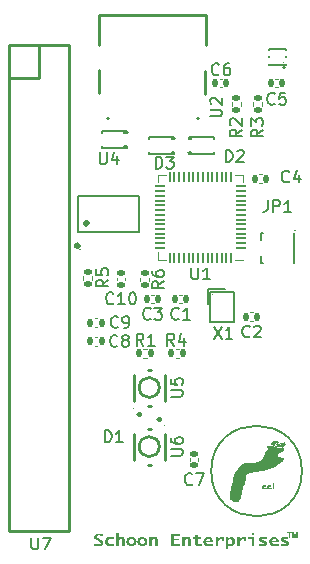
<source format=gto>
G04 #@! TF.GenerationSoftware,KiCad,Pcbnew,8.0.1*
G04 #@! TF.CreationDate,2024-04-26T00:14:55-05:00*
G04 #@! TF.ProjectId,Final Projeco,46696e61-6c20-4507-926f-6a65636f2e6b,rev?*
G04 #@! TF.SameCoordinates,Original*
G04 #@! TF.FileFunction,Legend,Top*
G04 #@! TF.FilePolarity,Positive*
%FSLAX46Y46*%
G04 Gerber Fmt 4.6, Leading zero omitted, Abs format (unit mm)*
G04 Created by KiCad (PCBNEW 8.0.1) date 2024-04-26 00:14:55*
%MOMM*%
%LPD*%
G01*
G04 APERTURE LIST*
G04 Aperture macros list*
%AMRoundRect*
0 Rectangle with rounded corners*
0 $1 Rounding radius*
0 $2 $3 $4 $5 $6 $7 $8 $9 X,Y pos of 4 corners*
0 Add a 4 corners polygon primitive as box body*
4,1,4,$2,$3,$4,$5,$6,$7,$8,$9,$2,$3,0*
0 Add four circle primitives for the rounded corners*
1,1,$1+$1,$2,$3*
1,1,$1+$1,$4,$5*
1,1,$1+$1,$6,$7*
1,1,$1+$1,$8,$9*
0 Add four rect primitives between the rounded corners*
20,1,$1+$1,$2,$3,$4,$5,0*
20,1,$1+$1,$4,$5,$6,$7,0*
20,1,$1+$1,$6,$7,$8,$9,0*
20,1,$1+$1,$8,$9,$2,$3,0*%
%AMRotRect*
0 Rectangle, with rotation*
0 The origin of the aperture is its center*
0 $1 length*
0 $2 width*
0 $3 Rotation angle, in degrees counterclockwise*
0 Add horizontal line*
21,1,$1,$2,0,0,$3*%
%AMFreePoly0*
4,1,5,0.099975,0.075057,0.099975,-0.174956,-0.100025,-0.174956,-0.100025,0.275057,0.099975,0.075057,0.099975,0.075057,$1*%
%AMFreePoly1*
4,1,6,0.100025,-0.174956,-0.099975,-0.174956,-0.099975,0.075057,0.050013,0.225044,0.100025,0.225044,0.100025,-0.174956,0.100025,-0.174956,$1*%
%AMFreePoly2*
4,1,6,0.100025,-0.224841,0.050013,-0.224816,-0.100000,-0.074829,-0.099975,0.175184,0.100025,0.175184,0.100025,-0.224841,0.100025,-0.224841,$1*%
%AMFreePoly3*
4,1,6,0.100000,-0.075057,-0.050013,-0.225044,-0.100025,-0.225044,-0.100025,0.174956,0.099975,0.174956,0.100000,-0.075057,0.100000,-0.075057,$1*%
G04 Aperture macros list end*
%ADD10C,0.150000*%
%ADD11C,0.125000*%
%ADD12C,0.250000*%
%ADD13C,0.120000*%
%ADD14C,0.151994*%
%ADD15C,0.059995*%
%ADD16C,0.200000*%
%ADD17C,0.152400*%
%ADD18C,0.300000*%
%ADD19C,0.254000*%
%ADD20C,0.000000*%
%ADD21C,0.150013*%
%ADD22RoundRect,0.050000X0.387500X0.050000X-0.387500X0.050000X-0.387500X-0.050000X0.387500X-0.050000X0*%
%ADD23RoundRect,0.050000X0.050000X0.387500X-0.050000X0.387500X-0.050000X-0.387500X0.050000X-0.387500X0*%
%ADD24R,5.600000X5.600000*%
%ADD25RoundRect,0.140000X-0.140000X-0.170000X0.140000X-0.170000X0.140000X0.170000X-0.140000X0.170000X0*%
%ADD26R,0.800000X0.800000*%
%ADD27R,2.200000X1.100000*%
%ADD28R,1.500000X1.100000*%
%ADD29RoundRect,0.140000X0.140000X0.170000X-0.140000X0.170000X-0.140000X-0.170000X0.140000X-0.170000X0*%
%ADD30RoundRect,0.140000X-0.170000X0.140000X-0.170000X-0.140000X0.170000X-0.140000X0.170000X0.140000X0*%
%ADD31RoundRect,0.135000X0.135000X0.185000X-0.135000X0.185000X-0.135000X-0.185000X0.135000X-0.185000X0*%
%ADD32RoundRect,0.135000X-0.135000X-0.185000X0.135000X-0.185000X0.135000X0.185000X-0.135000X0.185000X0*%
%ADD33O,0.629997X1.864999*%
%ADD34RoundRect,0.135000X-0.185000X0.135000X-0.185000X-0.135000X0.185000X-0.135000X0.185000X0.135000X0*%
%ADD35C,0.600000*%
%ADD36O,1.000000X1.900000*%
%ADD37O,1.000000X1.600000*%
%ADD38R,0.600000X1.140005*%
%ADD39R,0.300000X1.140005*%
%ADD40R,0.775006X0.875006*%
%ADD41R,0.750013X0.700000*%
%ADD42RoundRect,0.135000X0.185000X-0.135000X0.185000X0.135000X-0.185000X0.135000X-0.185000X-0.135000X0*%
%ADD43FreePoly0,90.000000*%
%ADD44FreePoly1,90.000000*%
%ADD45FreePoly2,90.000000*%
%ADD46FreePoly3,90.000000*%
%ADD47RotRect,0.450013X0.450013X135.000000*%
%ADD48RoundRect,0.140000X0.170000X-0.140000X0.170000X0.140000X-0.170000X0.140000X-0.170000X-0.140000X0*%
%ADD49R,1.600000X1.600000*%
%ADD50C,1.600000*%
G04 APERTURE END LIST*
D10*
X50749002Y-52565615D02*
G75*
G02*
X43070998Y-52565615I-3839002J0D01*
G01*
X43070998Y-52565615D02*
G75*
G02*
X50749002Y-52565615I3839002J0D01*
G01*
D11*
G36*
X49634497Y-58225000D02*
G01*
X49634497Y-57802948D01*
X49485143Y-57802948D01*
X49485143Y-57716974D01*
X49885212Y-57716974D01*
X49885212Y-57802948D01*
X49736224Y-57802948D01*
X49736224Y-58225000D01*
X49634497Y-58225000D01*
G37*
G36*
X49947250Y-58225000D02*
G01*
X49947250Y-57716974D01*
X50099413Y-57716974D01*
X50190760Y-58063555D01*
X50281130Y-57716974D01*
X50433538Y-57716974D01*
X50433538Y-58225000D01*
X50339138Y-58225000D01*
X50339138Y-57825052D01*
X50239120Y-58225000D01*
X50141301Y-58225000D01*
X50041650Y-57825052D01*
X50041650Y-58225000D01*
X49947250Y-58225000D01*
G37*
D12*
G36*
X33148719Y-58892170D02*
G01*
X33148719Y-58722421D01*
X33203281Y-58740434D01*
X33256480Y-58755394D01*
X33318517Y-58769316D01*
X33378589Y-58778841D01*
X33436697Y-58783970D01*
X33474344Y-58784947D01*
X33529877Y-58781779D01*
X33584303Y-58770826D01*
X33635323Y-58749742D01*
X33643604Y-58744891D01*
X33685700Y-58709162D01*
X33707034Y-58663561D01*
X33708621Y-58645484D01*
X33695667Y-58596332D01*
X33687397Y-58583691D01*
X33645260Y-58550300D01*
X33598035Y-58524359D01*
X33576974Y-58514082D01*
X33368489Y-58416629D01*
X33321623Y-58392495D01*
X33273667Y-58364516D01*
X33228975Y-58331782D01*
X33226364Y-58329434D01*
X33190430Y-58289989D01*
X33164302Y-58246880D01*
X33147950Y-58197407D01*
X33143346Y-58150893D01*
X33149508Y-58096442D01*
X33167996Y-58046174D01*
X33198809Y-58000088D01*
X33235880Y-57963194D01*
X33241946Y-57958185D01*
X33290780Y-57927065D01*
X33341703Y-57906474D01*
X33400994Y-57891499D01*
X33456796Y-57883309D01*
X33518410Y-57879020D01*
X33558168Y-57878318D01*
X33619068Y-57879520D01*
X33678854Y-57883126D01*
X33737525Y-57889137D01*
X33795082Y-57897552D01*
X33851524Y-57908371D01*
X33870090Y-57912512D01*
X33870090Y-58076154D01*
X33810515Y-58056731D01*
X33751885Y-58041327D01*
X33694199Y-58029941D01*
X33637458Y-58022574D01*
X33581661Y-58019225D01*
X33563272Y-58019002D01*
X33504648Y-58021888D01*
X33450586Y-58031729D01*
X33407445Y-58048555D01*
X33366339Y-58082138D01*
X33352637Y-58123782D01*
X33366001Y-58171348D01*
X33366877Y-58172875D01*
X33408205Y-58207527D01*
X33455268Y-58231981D01*
X33686591Y-58340669D01*
X33738571Y-58366718D01*
X33791050Y-58396740D01*
X33834735Y-58426364D01*
X33877981Y-58463869D01*
X33889166Y-58476224D01*
X33917785Y-58519530D01*
X33935805Y-58567319D01*
X33943224Y-58619593D01*
X33943436Y-58630586D01*
X33938635Y-58680073D01*
X33924231Y-58727176D01*
X33900224Y-58771894D01*
X33894270Y-58780551D01*
X33858793Y-58820488D01*
X33813817Y-58854511D01*
X33765218Y-58880073D01*
X33747309Y-58887529D01*
X33694046Y-58904199D01*
X33640278Y-58914878D01*
X33579825Y-58921910D01*
X33522687Y-58925036D01*
X33481866Y-58925631D01*
X33424149Y-58924455D01*
X33364240Y-58920926D01*
X33302140Y-58915044D01*
X33248717Y-58908345D01*
X33193771Y-58900012D01*
X33148719Y-58892170D01*
G37*
G36*
X34837023Y-58890704D02*
G01*
X34784708Y-58902423D01*
X34738422Y-58910244D01*
X34682978Y-58917405D01*
X34640090Y-58921479D01*
X34585090Y-58924946D01*
X34550624Y-58925631D01*
X34496849Y-58924017D01*
X34433667Y-58917459D01*
X34374972Y-58905856D01*
X34320764Y-58889209D01*
X34271042Y-58867517D01*
X34225807Y-58840780D01*
X34200819Y-58822316D01*
X34157084Y-58780791D01*
X34122398Y-58733702D01*
X34096760Y-58681049D01*
X34082308Y-58632920D01*
X34074139Y-58580928D01*
X34072128Y-58536552D01*
X34074988Y-58484058D01*
X34083567Y-58434652D01*
X34101413Y-58379443D01*
X34127494Y-58328681D01*
X34161812Y-58282368D01*
X34189267Y-58253963D01*
X34237340Y-58216611D01*
X34283737Y-58191388D01*
X34335892Y-58171531D01*
X34393806Y-58157041D01*
X34457479Y-58147918D01*
X34512565Y-58144483D01*
X34541489Y-58144054D01*
X34600504Y-58145239D01*
X34657856Y-58148794D01*
X34713545Y-58154719D01*
X34767573Y-58163013D01*
X34828504Y-58175686D01*
X34837023Y-58177759D01*
X34837023Y-58331388D01*
X34783991Y-58315534D01*
X34723552Y-58301184D01*
X34664656Y-58291298D01*
X34607303Y-58285877D01*
X34567281Y-58284738D01*
X34511221Y-58289143D01*
X34454266Y-58304370D01*
X34402925Y-58330473D01*
X34388618Y-58340425D01*
X34349231Y-58380778D01*
X34326255Y-58426843D01*
X34315752Y-58475543D01*
X34313928Y-58509685D01*
X34318087Y-58559255D01*
X34332110Y-58609579D01*
X34349124Y-58644752D01*
X34381074Y-58686162D01*
X34424132Y-58719536D01*
X34459009Y-58737320D01*
X34512130Y-58755536D01*
X34568425Y-58766191D01*
X34622358Y-58769316D01*
X34679963Y-58766476D01*
X34739735Y-58757955D01*
X34794686Y-58745614D01*
X34837023Y-58733412D01*
X34837023Y-58890704D01*
G37*
G36*
X35032076Y-58910000D02*
G01*
X35032076Y-57831423D01*
X35255875Y-57831423D01*
X35255875Y-58160174D01*
X35246741Y-58300369D01*
X35255875Y-58300369D01*
X35280594Y-58255989D01*
X35316758Y-58214356D01*
X35350177Y-58187773D01*
X35398704Y-58162882D01*
X35450422Y-58149220D01*
X35509382Y-58144097D01*
X35515676Y-58144054D01*
X35573956Y-58148981D01*
X35625478Y-58163760D01*
X35674799Y-58191739D01*
X35692191Y-58206336D01*
X35724529Y-58246584D01*
X35746284Y-58297535D01*
X35756737Y-58351810D01*
X35759089Y-58398066D01*
X35759089Y-58910000D01*
X35535558Y-58910000D01*
X35535558Y-58444717D01*
X35530827Y-58395436D01*
X35510840Y-58355568D01*
X35462833Y-58333128D01*
X35441793Y-58331632D01*
X35386392Y-58341076D01*
X35338893Y-58365094D01*
X35295898Y-58399254D01*
X35260104Y-58438996D01*
X35255875Y-58444717D01*
X35255875Y-58910000D01*
X35032076Y-58910000D01*
G37*
G36*
X36371921Y-58146493D02*
G01*
X36433455Y-58155858D01*
X36491417Y-58172247D01*
X36545810Y-58195660D01*
X36596632Y-58226097D01*
X36620704Y-58243949D01*
X36663618Y-58284604D01*
X36697652Y-58331648D01*
X36722808Y-58385080D01*
X36736989Y-58434486D01*
X36745005Y-58488329D01*
X36746978Y-58534598D01*
X36743888Y-58592336D01*
X36734620Y-58645567D01*
X36719173Y-58694289D01*
X36692481Y-58746805D01*
X36656891Y-58792829D01*
X36620436Y-58826224D01*
X36571244Y-58860007D01*
X36518577Y-58886800D01*
X36462434Y-58906604D01*
X36402815Y-58919418D01*
X36339720Y-58925243D01*
X36317916Y-58925631D01*
X36253846Y-58922136D01*
X36193213Y-58911652D01*
X36136018Y-58894178D01*
X36082262Y-58869715D01*
X36031943Y-58838262D01*
X36015935Y-58826224D01*
X35972930Y-58785609D01*
X35938823Y-58738503D01*
X35913613Y-58684905D01*
X35899402Y-58635281D01*
X35891370Y-58581149D01*
X35889402Y-58534842D01*
X36131999Y-58534842D01*
X36134416Y-58589241D01*
X36143097Y-58642795D01*
X36160410Y-58692059D01*
X36182508Y-58726085D01*
X36225352Y-58761954D01*
X36277717Y-58781268D01*
X36317916Y-58784947D01*
X36372374Y-58777992D01*
X36422440Y-58754539D01*
X36453593Y-58726085D01*
X36480371Y-58682116D01*
X36495991Y-58630268D01*
X36503132Y-58574416D01*
X36504371Y-58534842D01*
X36501929Y-58480444D01*
X36493155Y-58426890D01*
X36475658Y-58377626D01*
X36453325Y-58343600D01*
X36410355Y-58307731D01*
X36358015Y-58288417D01*
X36317916Y-58284738D01*
X36263733Y-58291693D01*
X36213749Y-58315146D01*
X36182508Y-58343600D01*
X36155872Y-58387569D01*
X36140335Y-58439417D01*
X36133232Y-58495269D01*
X36131999Y-58534842D01*
X35889402Y-58534842D01*
X35889392Y-58534598D01*
X35892469Y-58477206D01*
X35901698Y-58424250D01*
X35917079Y-58375731D01*
X35943658Y-58323363D01*
X35979097Y-58277385D01*
X36015397Y-58243949D01*
X36064507Y-58210000D01*
X36117130Y-58183076D01*
X36173266Y-58163175D01*
X36232917Y-58150297D01*
X36296081Y-58144444D01*
X36317916Y-58144054D01*
X36371921Y-58146493D01*
G37*
G36*
X37299360Y-58146493D02*
G01*
X37360894Y-58155858D01*
X37418856Y-58172247D01*
X37473249Y-58195660D01*
X37524071Y-58226097D01*
X37548143Y-58243949D01*
X37591057Y-58284604D01*
X37625091Y-58331648D01*
X37650247Y-58385080D01*
X37664428Y-58434486D01*
X37672444Y-58488329D01*
X37674417Y-58534598D01*
X37671327Y-58592336D01*
X37662059Y-58645567D01*
X37646612Y-58694289D01*
X37619920Y-58746805D01*
X37584330Y-58792829D01*
X37547875Y-58826224D01*
X37498683Y-58860007D01*
X37446016Y-58886800D01*
X37389873Y-58906604D01*
X37330254Y-58919418D01*
X37267159Y-58925243D01*
X37245355Y-58925631D01*
X37181285Y-58922136D01*
X37120652Y-58911652D01*
X37063457Y-58894178D01*
X37009701Y-58869715D01*
X36959382Y-58838262D01*
X36943374Y-58826224D01*
X36900369Y-58785609D01*
X36866262Y-58738503D01*
X36841052Y-58684905D01*
X36826841Y-58635281D01*
X36818809Y-58581149D01*
X36816841Y-58534842D01*
X37059438Y-58534842D01*
X37061855Y-58589241D01*
X37070536Y-58642795D01*
X37087849Y-58692059D01*
X37109947Y-58726085D01*
X37152791Y-58761954D01*
X37205156Y-58781268D01*
X37245355Y-58784947D01*
X37299813Y-58777992D01*
X37349879Y-58754539D01*
X37381032Y-58726085D01*
X37407810Y-58682116D01*
X37423430Y-58630268D01*
X37430571Y-58574416D01*
X37431810Y-58534842D01*
X37429368Y-58480444D01*
X37420594Y-58426890D01*
X37403097Y-58377626D01*
X37380764Y-58343600D01*
X37337794Y-58307731D01*
X37285454Y-58288417D01*
X37245355Y-58284738D01*
X37191172Y-58291693D01*
X37141188Y-58315146D01*
X37109947Y-58343600D01*
X37083311Y-58387569D01*
X37067774Y-58439417D01*
X37060671Y-58495269D01*
X37059438Y-58534842D01*
X36816841Y-58534842D01*
X36816831Y-58534598D01*
X36819908Y-58477206D01*
X36829136Y-58424250D01*
X36844518Y-58375731D01*
X36871097Y-58323363D01*
X36906536Y-58277385D01*
X36942836Y-58243949D01*
X36991946Y-58210000D01*
X37044569Y-58183076D01*
X37100705Y-58163175D01*
X37160356Y-58150297D01*
X37223520Y-58144444D01*
X37245355Y-58144054D01*
X37299360Y-58146493D01*
G37*
G36*
X37814392Y-58910000D02*
G01*
X37814392Y-58159685D01*
X38038192Y-58159685D01*
X38029057Y-58300369D01*
X38038192Y-58300369D01*
X38062911Y-58255989D01*
X38099074Y-58214356D01*
X38132494Y-58187773D01*
X38181021Y-58162882D01*
X38232739Y-58149220D01*
X38291699Y-58144097D01*
X38297993Y-58144054D01*
X38356620Y-58149000D01*
X38408277Y-58163838D01*
X38457498Y-58191926D01*
X38474776Y-58206580D01*
X38506985Y-58246907D01*
X38528652Y-58297822D01*
X38539063Y-58351968D01*
X38541406Y-58398066D01*
X38541406Y-58910000D01*
X38317875Y-58910000D01*
X38317875Y-58444717D01*
X38313144Y-58395436D01*
X38293157Y-58355568D01*
X38245150Y-58333128D01*
X38224110Y-58331632D01*
X38168708Y-58341076D01*
X38121210Y-58365094D01*
X38078214Y-58399254D01*
X38042420Y-58438996D01*
X38038192Y-58444717D01*
X38038192Y-58910000D01*
X37814392Y-58910000D01*
G37*
G36*
X39689152Y-58910000D02*
G01*
X39689152Y-57893949D01*
X40387955Y-57893949D01*
X40387955Y-58034633D01*
X39912683Y-58034633D01*
X39912683Y-58300369D01*
X40313803Y-58300369D01*
X40313803Y-58441053D01*
X39912683Y-58441053D01*
X39912683Y-58769316D01*
X40427986Y-58769316D01*
X40427986Y-58910000D01*
X39689152Y-58910000D01*
G37*
G36*
X40596709Y-58910000D02*
G01*
X40596709Y-58159685D01*
X40820509Y-58159685D01*
X40811374Y-58300369D01*
X40820509Y-58300369D01*
X40845228Y-58255989D01*
X40881391Y-58214356D01*
X40914811Y-58187773D01*
X40963338Y-58162882D01*
X41015056Y-58149220D01*
X41074016Y-58144097D01*
X41080310Y-58144054D01*
X41138937Y-58149000D01*
X41190594Y-58163838D01*
X41239814Y-58191926D01*
X41257093Y-58206580D01*
X41289302Y-58246907D01*
X41310969Y-58297822D01*
X41321380Y-58351968D01*
X41323722Y-58398066D01*
X41323722Y-58910000D01*
X41100191Y-58910000D01*
X41100191Y-58444717D01*
X41095460Y-58395436D01*
X41075474Y-58355568D01*
X41027467Y-58333128D01*
X41006427Y-58331632D01*
X40951025Y-58341076D01*
X40903527Y-58365094D01*
X40860531Y-58399254D01*
X40824737Y-58438996D01*
X40820509Y-58444717D01*
X40820509Y-58910000D01*
X40596709Y-58910000D01*
G37*
G36*
X42249012Y-58889483D02*
G01*
X42191993Y-58903568D01*
X42138008Y-58914194D01*
X42080027Y-58922101D01*
X42026008Y-58925490D01*
X42013122Y-58925631D01*
X41954858Y-58922283D01*
X41899388Y-58912240D01*
X41851385Y-58897299D01*
X41800770Y-58872981D01*
X41758132Y-58840126D01*
X41740425Y-58819630D01*
X41716942Y-58771199D01*
X41707024Y-58722589D01*
X41704155Y-58670397D01*
X41704155Y-58300369D01*
X41527372Y-58300369D01*
X41527372Y-58159685D01*
X41704155Y-58159685D01*
X41704155Y-57972107D01*
X41927686Y-57972107D01*
X41927686Y-58159685D01*
X42230743Y-58159685D01*
X42230743Y-58300369D01*
X41927686Y-58300369D01*
X41927686Y-58623258D01*
X41930923Y-58675128D01*
X41947299Y-58721933D01*
X41990341Y-58754236D01*
X42000495Y-58758080D01*
X42053087Y-58768613D01*
X42071423Y-58769316D01*
X42127093Y-58766024D01*
X42182605Y-58756149D01*
X42237960Y-58739692D01*
X42249012Y-58735610D01*
X42249012Y-58889483D01*
G37*
G36*
X42903879Y-58147566D02*
G01*
X42959868Y-58158102D01*
X43011001Y-58175661D01*
X43064521Y-58205025D01*
X43105136Y-58237803D01*
X43111434Y-58243949D01*
X43145308Y-58284040D01*
X43172173Y-58329575D01*
X43192031Y-58380554D01*
X43204879Y-58436977D01*
X43210233Y-58488155D01*
X43211109Y-58520676D01*
X43211109Y-58597369D01*
X42656580Y-58597369D01*
X42669195Y-58646799D01*
X42697859Y-58691586D01*
X42742016Y-58726329D01*
X42792454Y-58748998D01*
X42849399Y-58763271D01*
X42906213Y-58768938D01*
X42926322Y-58769316D01*
X42983017Y-58766908D01*
X43042850Y-58759685D01*
X43096632Y-58749662D01*
X43152718Y-58736101D01*
X43211109Y-58719002D01*
X43211109Y-58877271D01*
X43152284Y-58891203D01*
X43095703Y-58902773D01*
X43041365Y-58911983D01*
X42979120Y-58919917D01*
X42920106Y-58924450D01*
X42873394Y-58925631D01*
X42814781Y-58923410D01*
X42759305Y-58916749D01*
X42706966Y-58905646D01*
X42650991Y-58887518D01*
X42631057Y-58879225D01*
X42581790Y-58853121D01*
X42538501Y-58821461D01*
X42501190Y-58784245D01*
X42469856Y-58741472D01*
X42445055Y-58694409D01*
X42427340Y-58644569D01*
X42416711Y-58591950D01*
X42413168Y-58536552D01*
X42416476Y-58482834D01*
X42421492Y-58456685D01*
X42649595Y-58456685D01*
X42994295Y-58456685D01*
X42990326Y-58407149D01*
X42975088Y-58358789D01*
X42942865Y-58317650D01*
X42895086Y-58292966D01*
X42841751Y-58284906D01*
X42831751Y-58284738D01*
X42777585Y-58291161D01*
X42728541Y-58312615D01*
X42706284Y-58330411D01*
X42673987Y-58373167D01*
X42655430Y-58423010D01*
X42649595Y-58456685D01*
X42421492Y-58456685D01*
X42426400Y-58431100D01*
X42442939Y-58381351D01*
X42466095Y-58333586D01*
X42495581Y-58289562D01*
X42531113Y-58251277D01*
X42572689Y-58218731D01*
X42620310Y-58191926D01*
X42672213Y-58170982D01*
X42726635Y-58156022D01*
X42783576Y-58147046D01*
X42843035Y-58144054D01*
X42903879Y-58147566D01*
G37*
G36*
X43439476Y-58910000D02*
G01*
X43439476Y-58159685D01*
X43663276Y-58159685D01*
X43654141Y-58300369D01*
X43663276Y-58300369D01*
X43696045Y-58257413D01*
X43734084Y-58219105D01*
X43750324Y-58206580D01*
X43795796Y-58179713D01*
X43845163Y-58160174D01*
X43900845Y-58148084D01*
X43956288Y-58144117D01*
X43964720Y-58144054D01*
X44021759Y-58146835D01*
X44076603Y-58153534D01*
X44120279Y-58160907D01*
X44120279Y-58472316D01*
X43970900Y-58472316D01*
X43970900Y-58333098D01*
X43930868Y-58331632D01*
X43874669Y-58336578D01*
X43833073Y-58347264D01*
X43782399Y-58369332D01*
X43745219Y-58392693D01*
X43704180Y-58429330D01*
X43670935Y-58469528D01*
X43663276Y-58480132D01*
X43663276Y-58910000D01*
X43439476Y-58910000D01*
G37*
G36*
X44826625Y-58148951D02*
G01*
X44880353Y-58163642D01*
X44928681Y-58188127D01*
X44971609Y-58222406D01*
X44993715Y-58246392D01*
X45026901Y-58294283D01*
X45048858Y-58340468D01*
X45064827Y-58391393D01*
X45074808Y-58447057D01*
X45078550Y-58497065D01*
X45078883Y-58517990D01*
X45076587Y-58573704D01*
X45069700Y-58625900D01*
X45058221Y-58674578D01*
X45038386Y-58728348D01*
X45011939Y-58777051D01*
X44984849Y-58813768D01*
X44947282Y-58851784D01*
X44897628Y-58886195D01*
X44841700Y-58909900D01*
X44788769Y-58921698D01*
X44731228Y-58925631D01*
X44675821Y-58921143D01*
X44620794Y-58906374D01*
X44610327Y-58902184D01*
X44561172Y-58874928D01*
X44519768Y-58840387D01*
X44511458Y-58831842D01*
X44502323Y-58831842D01*
X44511458Y-58903405D01*
X44511458Y-59175736D01*
X44287658Y-59175736D01*
X44287658Y-58698485D01*
X44511458Y-58698485D01*
X44554172Y-58731668D01*
X44585341Y-58748555D01*
X44637545Y-58765889D01*
X44672390Y-58769316D01*
X44726891Y-58760275D01*
X44759706Y-58743670D01*
X44796590Y-58704154D01*
X44816933Y-58658674D01*
X44829457Y-58607350D01*
X44835351Y-58554823D01*
X44836277Y-58521898D01*
X44833195Y-58470034D01*
X44821059Y-58418400D01*
X44797320Y-58376817D01*
X44755131Y-58344385D01*
X44701607Y-58331809D01*
X44693614Y-58331632D01*
X44638340Y-58341190D01*
X44602267Y-58358743D01*
X44560771Y-58393015D01*
X44526214Y-58433183D01*
X44511458Y-58453265D01*
X44511458Y-58698485D01*
X44287658Y-58698485D01*
X44287658Y-58159685D01*
X44511458Y-58159685D01*
X44502323Y-58300369D01*
X44511458Y-58300369D01*
X44541975Y-58258109D01*
X44576240Y-58219998D01*
X44596357Y-58202916D01*
X44641260Y-58174383D01*
X44676420Y-58158709D01*
X44731014Y-58146115D01*
X44767498Y-58144054D01*
X44826625Y-58148951D01*
G37*
G36*
X45294354Y-58910000D02*
G01*
X45294354Y-58159685D01*
X45518154Y-58159685D01*
X45509019Y-58300369D01*
X45518154Y-58300369D01*
X45550923Y-58257413D01*
X45588962Y-58219105D01*
X45605202Y-58206580D01*
X45650674Y-58179713D01*
X45700041Y-58160174D01*
X45755723Y-58148084D01*
X45811166Y-58144117D01*
X45819598Y-58144054D01*
X45876637Y-58146835D01*
X45931481Y-58153534D01*
X45975157Y-58160907D01*
X45975157Y-58472316D01*
X45825778Y-58472316D01*
X45825778Y-58333098D01*
X45785746Y-58331632D01*
X45729546Y-58336578D01*
X45687951Y-58347264D01*
X45637277Y-58369332D01*
X45600097Y-58392693D01*
X45559058Y-58429330D01*
X45525813Y-58469528D01*
X45518154Y-58480132D01*
X45518154Y-58910000D01*
X45294354Y-58910000D01*
G37*
G36*
X46501475Y-58910000D02*
G01*
X46501475Y-58300369D01*
X46202986Y-58300369D01*
X46202986Y-58159685D01*
X46725275Y-58159685D01*
X46725275Y-58910000D01*
X46501475Y-58910000D01*
G37*
G36*
X46501475Y-58019002D02*
G01*
X46501475Y-57815792D01*
X46725275Y-57815792D01*
X46725275Y-58019002D01*
X46501475Y-58019002D01*
G37*
G36*
X47100334Y-58881667D02*
G01*
X47100334Y-58725840D01*
X47157455Y-58742868D01*
X47210771Y-58757010D01*
X47269729Y-58770170D01*
X47323209Y-58779175D01*
X47378677Y-58784428D01*
X47400167Y-58784947D01*
X47455715Y-58781682D01*
X47508129Y-58769800D01*
X47519993Y-58765163D01*
X47560269Y-58729836D01*
X47565666Y-58703859D01*
X47545247Y-58662337D01*
X47497763Y-58637047D01*
X47486409Y-58632784D01*
X47310969Y-58568548D01*
X47251759Y-58544229D01*
X47202584Y-58517524D01*
X47156822Y-58482330D01*
X47121697Y-58436930D01*
X47106242Y-58386854D01*
X47105439Y-58371688D01*
X47113021Y-58322061D01*
X47135768Y-58275578D01*
X47151381Y-58255184D01*
X47190573Y-58218537D01*
X47238832Y-58188827D01*
X47276043Y-58172875D01*
X47332038Y-58157676D01*
X47386619Y-58149570D01*
X47441513Y-58145433D01*
X47503066Y-58144054D01*
X47559688Y-58145840D01*
X47620743Y-58151198D01*
X47677802Y-58158817D01*
X47738255Y-58169170D01*
X47756151Y-58172630D01*
X47756151Y-58331388D01*
X47700512Y-58315534D01*
X47648046Y-58302961D01*
X47590847Y-58292437D01*
X47530766Y-58285877D01*
X47496081Y-58284738D01*
X47440682Y-58287777D01*
X47386271Y-58299637D01*
X47383510Y-58300614D01*
X47342454Y-58332304D01*
X47339717Y-58346531D01*
X47355031Y-58378039D01*
X47403021Y-58401655D01*
X47450139Y-58419316D01*
X47644385Y-58491123D01*
X47696370Y-58513425D01*
X47741718Y-58540244D01*
X47781137Y-58578318D01*
X47804278Y-58623364D01*
X47814692Y-58674845D01*
X47814989Y-58685540D01*
X47807850Y-58737189D01*
X47786434Y-58785372D01*
X47771734Y-58806441D01*
X47733335Y-58844462D01*
X47687317Y-58873703D01*
X47641967Y-58893635D01*
X47585500Y-58910508D01*
X47530866Y-58920350D01*
X47472619Y-58925131D01*
X47445572Y-58925631D01*
X47389229Y-58924321D01*
X47332809Y-58921276D01*
X47328433Y-58920990D01*
X47269843Y-58914250D01*
X47214191Y-58904889D01*
X47156487Y-58893617D01*
X47100334Y-58881667D01*
G37*
G36*
X48468512Y-58147566D02*
G01*
X48524501Y-58158102D01*
X48575635Y-58175661D01*
X48629155Y-58205025D01*
X48669770Y-58237803D01*
X48676067Y-58243949D01*
X48709941Y-58284040D01*
X48736807Y-58329575D01*
X48756664Y-58380554D01*
X48769513Y-58436977D01*
X48774867Y-58488155D01*
X48775743Y-58520676D01*
X48775743Y-58597369D01*
X48221214Y-58597369D01*
X48233828Y-58646799D01*
X48262493Y-58691586D01*
X48306650Y-58726329D01*
X48357088Y-58748998D01*
X48414033Y-58763271D01*
X48470846Y-58768938D01*
X48490956Y-58769316D01*
X48547651Y-58766908D01*
X48607484Y-58759685D01*
X48661265Y-58749662D01*
X48717352Y-58736101D01*
X48775743Y-58719002D01*
X48775743Y-58877271D01*
X48716918Y-58891203D01*
X48660337Y-58902773D01*
X48605998Y-58911983D01*
X48543754Y-58919917D01*
X48484739Y-58924450D01*
X48438028Y-58925631D01*
X48379415Y-58923410D01*
X48323939Y-58916749D01*
X48271600Y-58905646D01*
X48215625Y-58887518D01*
X48195690Y-58879225D01*
X48146424Y-58853121D01*
X48103135Y-58821461D01*
X48065823Y-58784245D01*
X48034490Y-58741472D01*
X48009689Y-58694409D01*
X47991974Y-58644569D01*
X47981344Y-58591950D01*
X47977801Y-58536552D01*
X47981109Y-58482834D01*
X47986125Y-58456685D01*
X48214228Y-58456685D01*
X48558928Y-58456685D01*
X48554960Y-58407149D01*
X48539722Y-58358789D01*
X48507499Y-58317650D01*
X48459720Y-58292966D01*
X48406385Y-58284906D01*
X48396385Y-58284738D01*
X48342219Y-58291161D01*
X48293175Y-58312615D01*
X48270917Y-58330411D01*
X48238620Y-58373167D01*
X48220063Y-58423010D01*
X48214228Y-58456685D01*
X47986125Y-58456685D01*
X47991033Y-58431100D01*
X48007573Y-58381351D01*
X48030729Y-58333586D01*
X48060215Y-58289562D01*
X48095746Y-58251277D01*
X48137322Y-58218731D01*
X48184944Y-58191926D01*
X48236847Y-58170982D01*
X48291269Y-58156022D01*
X48348209Y-58147046D01*
X48407669Y-58144054D01*
X48468512Y-58147566D01*
G37*
G36*
X48955212Y-58881667D02*
G01*
X48955212Y-58725840D01*
X49012333Y-58742868D01*
X49065649Y-58757010D01*
X49124607Y-58770170D01*
X49178086Y-58779175D01*
X49233555Y-58784428D01*
X49255045Y-58784947D01*
X49310593Y-58781682D01*
X49363007Y-58769800D01*
X49374870Y-58765163D01*
X49415147Y-58729836D01*
X49420544Y-58703859D01*
X49400125Y-58662337D01*
X49352641Y-58637047D01*
X49341287Y-58632784D01*
X49165847Y-58568548D01*
X49106637Y-58544229D01*
X49057462Y-58517524D01*
X49011700Y-58482330D01*
X48976575Y-58436930D01*
X48961120Y-58386854D01*
X48960317Y-58371688D01*
X48967899Y-58322061D01*
X48990646Y-58275578D01*
X49006259Y-58255184D01*
X49045451Y-58218537D01*
X49093710Y-58188827D01*
X49130921Y-58172875D01*
X49186916Y-58157676D01*
X49241497Y-58149570D01*
X49296391Y-58145433D01*
X49357944Y-58144054D01*
X49414566Y-58145840D01*
X49475621Y-58151198D01*
X49532680Y-58158817D01*
X49593133Y-58169170D01*
X49611029Y-58172630D01*
X49611029Y-58331388D01*
X49555390Y-58315534D01*
X49502924Y-58302961D01*
X49445725Y-58292437D01*
X49385644Y-58285877D01*
X49350959Y-58284738D01*
X49295560Y-58287777D01*
X49241149Y-58299637D01*
X49238387Y-58300614D01*
X49197332Y-58332304D01*
X49194595Y-58346531D01*
X49209909Y-58378039D01*
X49257899Y-58401655D01*
X49305017Y-58419316D01*
X49499263Y-58491123D01*
X49551248Y-58513425D01*
X49596596Y-58540244D01*
X49636015Y-58578318D01*
X49659156Y-58623364D01*
X49669569Y-58674845D01*
X49669867Y-58685540D01*
X49662728Y-58737189D01*
X49641312Y-58785372D01*
X49626612Y-58806441D01*
X49588213Y-58844462D01*
X49542195Y-58873703D01*
X49496845Y-58893635D01*
X49440378Y-58910508D01*
X49385744Y-58920350D01*
X49327497Y-58925131D01*
X49300450Y-58925631D01*
X49244107Y-58924321D01*
X49187687Y-58921276D01*
X49183311Y-58920990D01*
X49124721Y-58914250D01*
X49069069Y-58904889D01*
X49011365Y-58893617D01*
X48955212Y-58881667D01*
G37*
D10*
X41398095Y-35347319D02*
X41398095Y-36156842D01*
X41398095Y-36156842D02*
X41445714Y-36252080D01*
X41445714Y-36252080D02*
X41493333Y-36299700D01*
X41493333Y-36299700D02*
X41588571Y-36347319D01*
X41588571Y-36347319D02*
X41779047Y-36347319D01*
X41779047Y-36347319D02*
X41874285Y-36299700D01*
X41874285Y-36299700D02*
X41921904Y-36252080D01*
X41921904Y-36252080D02*
X41969523Y-36156842D01*
X41969523Y-36156842D02*
X41969523Y-35347319D01*
X42969523Y-36347319D02*
X42398095Y-36347319D01*
X42683809Y-36347319D02*
X42683809Y-35347319D01*
X42683809Y-35347319D02*
X42588571Y-35490176D01*
X42588571Y-35490176D02*
X42493333Y-35585414D01*
X42493333Y-35585414D02*
X42398095Y-35633033D01*
X46333333Y-41159580D02*
X46285714Y-41207200D01*
X46285714Y-41207200D02*
X46142857Y-41254819D01*
X46142857Y-41254819D02*
X46047619Y-41254819D01*
X46047619Y-41254819D02*
X45904762Y-41207200D01*
X45904762Y-41207200D02*
X45809524Y-41111961D01*
X45809524Y-41111961D02*
X45761905Y-41016723D01*
X45761905Y-41016723D02*
X45714286Y-40826247D01*
X45714286Y-40826247D02*
X45714286Y-40683390D01*
X45714286Y-40683390D02*
X45761905Y-40492914D01*
X45761905Y-40492914D02*
X45809524Y-40397676D01*
X45809524Y-40397676D02*
X45904762Y-40302438D01*
X45904762Y-40302438D02*
X46047619Y-40254819D01*
X46047619Y-40254819D02*
X46142857Y-40254819D01*
X46142857Y-40254819D02*
X46285714Y-40302438D01*
X46285714Y-40302438D02*
X46333333Y-40350057D01*
X46714286Y-40350057D02*
X46761905Y-40302438D01*
X46761905Y-40302438D02*
X46857143Y-40254819D01*
X46857143Y-40254819D02*
X47095238Y-40254819D01*
X47095238Y-40254819D02*
X47190476Y-40302438D01*
X47190476Y-40302438D02*
X47238095Y-40350057D01*
X47238095Y-40350057D02*
X47285714Y-40445295D01*
X47285714Y-40445295D02*
X47285714Y-40540533D01*
X47285714Y-40540533D02*
X47238095Y-40683390D01*
X47238095Y-40683390D02*
X46666667Y-41254819D01*
X46666667Y-41254819D02*
X47285714Y-41254819D01*
X38362007Y-26954819D02*
X38362007Y-25954819D01*
X38362007Y-25954819D02*
X38600102Y-25954819D01*
X38600102Y-25954819D02*
X38742959Y-26002438D01*
X38742959Y-26002438D02*
X38838197Y-26097676D01*
X38838197Y-26097676D02*
X38885816Y-26192914D01*
X38885816Y-26192914D02*
X38933435Y-26383390D01*
X38933435Y-26383390D02*
X38933435Y-26526247D01*
X38933435Y-26526247D02*
X38885816Y-26716723D01*
X38885816Y-26716723D02*
X38838197Y-26811961D01*
X38838197Y-26811961D02*
X38742959Y-26907200D01*
X38742959Y-26907200D02*
X38600102Y-26954819D01*
X38600102Y-26954819D02*
X38362007Y-26954819D01*
X39266769Y-25954819D02*
X39885816Y-25954819D01*
X39885816Y-25954819D02*
X39552483Y-26335771D01*
X39552483Y-26335771D02*
X39695340Y-26335771D01*
X39695340Y-26335771D02*
X39790578Y-26383390D01*
X39790578Y-26383390D02*
X39838197Y-26431009D01*
X39838197Y-26431009D02*
X39885816Y-26526247D01*
X39885816Y-26526247D02*
X39885816Y-26764342D01*
X39885816Y-26764342D02*
X39838197Y-26859580D01*
X39838197Y-26859580D02*
X39790578Y-26907200D01*
X39790578Y-26907200D02*
X39695340Y-26954819D01*
X39695340Y-26954819D02*
X39409626Y-26954819D01*
X39409626Y-26954819D02*
X39314388Y-26907200D01*
X39314388Y-26907200D02*
X39266769Y-26859580D01*
X47841666Y-29632419D02*
X47841666Y-30346704D01*
X47841666Y-30346704D02*
X47794047Y-30489561D01*
X47794047Y-30489561D02*
X47698809Y-30584800D01*
X47698809Y-30584800D02*
X47555952Y-30632419D01*
X47555952Y-30632419D02*
X47460714Y-30632419D01*
X48317857Y-30632419D02*
X48317857Y-29632419D01*
X48317857Y-29632419D02*
X48698809Y-29632419D01*
X48698809Y-29632419D02*
X48794047Y-29680038D01*
X48794047Y-29680038D02*
X48841666Y-29727657D01*
X48841666Y-29727657D02*
X48889285Y-29822895D01*
X48889285Y-29822895D02*
X48889285Y-29965752D01*
X48889285Y-29965752D02*
X48841666Y-30060990D01*
X48841666Y-30060990D02*
X48794047Y-30108609D01*
X48794047Y-30108609D02*
X48698809Y-30156228D01*
X48698809Y-30156228D02*
X48317857Y-30156228D01*
X49841666Y-30632419D02*
X49270238Y-30632419D01*
X49555952Y-30632419D02*
X49555952Y-29632419D01*
X49555952Y-29632419D02*
X49460714Y-29775276D01*
X49460714Y-29775276D02*
X49365476Y-29870514D01*
X49365476Y-29870514D02*
X49270238Y-29918133D01*
X48433333Y-21459580D02*
X48385714Y-21507200D01*
X48385714Y-21507200D02*
X48242857Y-21554819D01*
X48242857Y-21554819D02*
X48147619Y-21554819D01*
X48147619Y-21554819D02*
X48004762Y-21507200D01*
X48004762Y-21507200D02*
X47909524Y-21411961D01*
X47909524Y-21411961D02*
X47861905Y-21316723D01*
X47861905Y-21316723D02*
X47814286Y-21126247D01*
X47814286Y-21126247D02*
X47814286Y-20983390D01*
X47814286Y-20983390D02*
X47861905Y-20792914D01*
X47861905Y-20792914D02*
X47909524Y-20697676D01*
X47909524Y-20697676D02*
X48004762Y-20602438D01*
X48004762Y-20602438D02*
X48147619Y-20554819D01*
X48147619Y-20554819D02*
X48242857Y-20554819D01*
X48242857Y-20554819D02*
X48385714Y-20602438D01*
X48385714Y-20602438D02*
X48433333Y-20650057D01*
X49338095Y-20554819D02*
X48861905Y-20554819D01*
X48861905Y-20554819D02*
X48814286Y-21031009D01*
X48814286Y-21031009D02*
X48861905Y-20983390D01*
X48861905Y-20983390D02*
X48957143Y-20935771D01*
X48957143Y-20935771D02*
X49195238Y-20935771D01*
X49195238Y-20935771D02*
X49290476Y-20983390D01*
X49290476Y-20983390D02*
X49338095Y-21031009D01*
X49338095Y-21031009D02*
X49385714Y-21126247D01*
X49385714Y-21126247D02*
X49385714Y-21364342D01*
X49385714Y-21364342D02*
X49338095Y-21459580D01*
X49338095Y-21459580D02*
X49290476Y-21507200D01*
X49290476Y-21507200D02*
X49195238Y-21554819D01*
X49195238Y-21554819D02*
X48957143Y-21554819D01*
X48957143Y-21554819D02*
X48861905Y-21507200D01*
X48861905Y-21507200D02*
X48814286Y-21459580D01*
X34787142Y-38349580D02*
X34739523Y-38397200D01*
X34739523Y-38397200D02*
X34596666Y-38444819D01*
X34596666Y-38444819D02*
X34501428Y-38444819D01*
X34501428Y-38444819D02*
X34358571Y-38397200D01*
X34358571Y-38397200D02*
X34263333Y-38301961D01*
X34263333Y-38301961D02*
X34215714Y-38206723D01*
X34215714Y-38206723D02*
X34168095Y-38016247D01*
X34168095Y-38016247D02*
X34168095Y-37873390D01*
X34168095Y-37873390D02*
X34215714Y-37682914D01*
X34215714Y-37682914D02*
X34263333Y-37587676D01*
X34263333Y-37587676D02*
X34358571Y-37492438D01*
X34358571Y-37492438D02*
X34501428Y-37444819D01*
X34501428Y-37444819D02*
X34596666Y-37444819D01*
X34596666Y-37444819D02*
X34739523Y-37492438D01*
X34739523Y-37492438D02*
X34787142Y-37540057D01*
X35739523Y-38444819D02*
X35168095Y-38444819D01*
X35453809Y-38444819D02*
X35453809Y-37444819D01*
X35453809Y-37444819D02*
X35358571Y-37587676D01*
X35358571Y-37587676D02*
X35263333Y-37682914D01*
X35263333Y-37682914D02*
X35168095Y-37730533D01*
X36358571Y-37444819D02*
X36453809Y-37444819D01*
X36453809Y-37444819D02*
X36549047Y-37492438D01*
X36549047Y-37492438D02*
X36596666Y-37540057D01*
X36596666Y-37540057D02*
X36644285Y-37635295D01*
X36644285Y-37635295D02*
X36691904Y-37825771D01*
X36691904Y-37825771D02*
X36691904Y-38063866D01*
X36691904Y-38063866D02*
X36644285Y-38254342D01*
X36644285Y-38254342D02*
X36596666Y-38349580D01*
X36596666Y-38349580D02*
X36549047Y-38397200D01*
X36549047Y-38397200D02*
X36453809Y-38444819D01*
X36453809Y-38444819D02*
X36358571Y-38444819D01*
X36358571Y-38444819D02*
X36263333Y-38397200D01*
X36263333Y-38397200D02*
X36215714Y-38349580D01*
X36215714Y-38349580D02*
X36168095Y-38254342D01*
X36168095Y-38254342D02*
X36120476Y-38063866D01*
X36120476Y-38063866D02*
X36120476Y-37825771D01*
X36120476Y-37825771D02*
X36168095Y-37635295D01*
X36168095Y-37635295D02*
X36215714Y-37540057D01*
X36215714Y-37540057D02*
X36263333Y-37492438D01*
X36263333Y-37492438D02*
X36358571Y-37444819D01*
X43733333Y-18959580D02*
X43685714Y-19007200D01*
X43685714Y-19007200D02*
X43542857Y-19054819D01*
X43542857Y-19054819D02*
X43447619Y-19054819D01*
X43447619Y-19054819D02*
X43304762Y-19007200D01*
X43304762Y-19007200D02*
X43209524Y-18911961D01*
X43209524Y-18911961D02*
X43161905Y-18816723D01*
X43161905Y-18816723D02*
X43114286Y-18626247D01*
X43114286Y-18626247D02*
X43114286Y-18483390D01*
X43114286Y-18483390D02*
X43161905Y-18292914D01*
X43161905Y-18292914D02*
X43209524Y-18197676D01*
X43209524Y-18197676D02*
X43304762Y-18102438D01*
X43304762Y-18102438D02*
X43447619Y-18054819D01*
X43447619Y-18054819D02*
X43542857Y-18054819D01*
X43542857Y-18054819D02*
X43685714Y-18102438D01*
X43685714Y-18102438D02*
X43733333Y-18150057D01*
X44590476Y-18054819D02*
X44400000Y-18054819D01*
X44400000Y-18054819D02*
X44304762Y-18102438D01*
X44304762Y-18102438D02*
X44257143Y-18150057D01*
X44257143Y-18150057D02*
X44161905Y-18292914D01*
X44161905Y-18292914D02*
X44114286Y-18483390D01*
X44114286Y-18483390D02*
X44114286Y-18864342D01*
X44114286Y-18864342D02*
X44161905Y-18959580D01*
X44161905Y-18959580D02*
X44209524Y-19007200D01*
X44209524Y-19007200D02*
X44304762Y-19054819D01*
X44304762Y-19054819D02*
X44495238Y-19054819D01*
X44495238Y-19054819D02*
X44590476Y-19007200D01*
X44590476Y-19007200D02*
X44638095Y-18959580D01*
X44638095Y-18959580D02*
X44685714Y-18864342D01*
X44685714Y-18864342D02*
X44685714Y-18626247D01*
X44685714Y-18626247D02*
X44638095Y-18531009D01*
X44638095Y-18531009D02*
X44590476Y-18483390D01*
X44590476Y-18483390D02*
X44495238Y-18435771D01*
X44495238Y-18435771D02*
X44304762Y-18435771D01*
X44304762Y-18435771D02*
X44209524Y-18483390D01*
X44209524Y-18483390D02*
X44161905Y-18531009D01*
X44161905Y-18531009D02*
X44114286Y-18626247D01*
X37333333Y-41954819D02*
X37000000Y-41478628D01*
X36761905Y-41954819D02*
X36761905Y-40954819D01*
X36761905Y-40954819D02*
X37142857Y-40954819D01*
X37142857Y-40954819D02*
X37238095Y-41002438D01*
X37238095Y-41002438D02*
X37285714Y-41050057D01*
X37285714Y-41050057D02*
X37333333Y-41145295D01*
X37333333Y-41145295D02*
X37333333Y-41288152D01*
X37333333Y-41288152D02*
X37285714Y-41383390D01*
X37285714Y-41383390D02*
X37238095Y-41431009D01*
X37238095Y-41431009D02*
X37142857Y-41478628D01*
X37142857Y-41478628D02*
X36761905Y-41478628D01*
X38285714Y-41954819D02*
X37714286Y-41954819D01*
X38000000Y-41954819D02*
X38000000Y-40954819D01*
X38000000Y-40954819D02*
X37904762Y-41097676D01*
X37904762Y-41097676D02*
X37809524Y-41192914D01*
X37809524Y-41192914D02*
X37714286Y-41240533D01*
X39933333Y-41954819D02*
X39600000Y-41478628D01*
X39361905Y-41954819D02*
X39361905Y-40954819D01*
X39361905Y-40954819D02*
X39742857Y-40954819D01*
X39742857Y-40954819D02*
X39838095Y-41002438D01*
X39838095Y-41002438D02*
X39885714Y-41050057D01*
X39885714Y-41050057D02*
X39933333Y-41145295D01*
X39933333Y-41145295D02*
X39933333Y-41288152D01*
X39933333Y-41288152D02*
X39885714Y-41383390D01*
X39885714Y-41383390D02*
X39838095Y-41431009D01*
X39838095Y-41431009D02*
X39742857Y-41478628D01*
X39742857Y-41478628D02*
X39361905Y-41478628D01*
X40790476Y-41288152D02*
X40790476Y-41954819D01*
X40552381Y-40907200D02*
X40314286Y-41621485D01*
X40314286Y-41621485D02*
X40933333Y-41621485D01*
X33643095Y-25589820D02*
X33643095Y-26399343D01*
X33643095Y-26399343D02*
X33690714Y-26494581D01*
X33690714Y-26494581D02*
X33738333Y-26542201D01*
X33738333Y-26542201D02*
X33833571Y-26589820D01*
X33833571Y-26589820D02*
X34024047Y-26589820D01*
X34024047Y-26589820D02*
X34119285Y-26542201D01*
X34119285Y-26542201D02*
X34166904Y-26494581D01*
X34166904Y-26494581D02*
X34214523Y-26399343D01*
X34214523Y-26399343D02*
X34214523Y-25589820D01*
X35119285Y-25923153D02*
X35119285Y-26589820D01*
X34881190Y-25542201D02*
X34643095Y-26256486D01*
X34643095Y-26256486D02*
X35262142Y-26256486D01*
X39054819Y-36506666D02*
X38578628Y-36839999D01*
X39054819Y-37078094D02*
X38054819Y-37078094D01*
X38054819Y-37078094D02*
X38054819Y-36697142D01*
X38054819Y-36697142D02*
X38102438Y-36601904D01*
X38102438Y-36601904D02*
X38150057Y-36554285D01*
X38150057Y-36554285D02*
X38245295Y-36506666D01*
X38245295Y-36506666D02*
X38388152Y-36506666D01*
X38388152Y-36506666D02*
X38483390Y-36554285D01*
X38483390Y-36554285D02*
X38531009Y-36601904D01*
X38531009Y-36601904D02*
X38578628Y-36697142D01*
X38578628Y-36697142D02*
X38578628Y-37078094D01*
X38054819Y-35649523D02*
X38054819Y-35839999D01*
X38054819Y-35839999D02*
X38102438Y-35935237D01*
X38102438Y-35935237D02*
X38150057Y-35982856D01*
X38150057Y-35982856D02*
X38292914Y-36078094D01*
X38292914Y-36078094D02*
X38483390Y-36125713D01*
X38483390Y-36125713D02*
X38864342Y-36125713D01*
X38864342Y-36125713D02*
X38959580Y-36078094D01*
X38959580Y-36078094D02*
X39007200Y-36030475D01*
X39007200Y-36030475D02*
X39054819Y-35935237D01*
X39054819Y-35935237D02*
X39054819Y-35744761D01*
X39054819Y-35744761D02*
X39007200Y-35649523D01*
X39007200Y-35649523D02*
X38959580Y-35601904D01*
X38959580Y-35601904D02*
X38864342Y-35554285D01*
X38864342Y-35554285D02*
X38626247Y-35554285D01*
X38626247Y-35554285D02*
X38531009Y-35601904D01*
X38531009Y-35601904D02*
X38483390Y-35649523D01*
X38483390Y-35649523D02*
X38435771Y-35744761D01*
X38435771Y-35744761D02*
X38435771Y-35935237D01*
X38435771Y-35935237D02*
X38483390Y-36030475D01*
X38483390Y-36030475D02*
X38531009Y-36078094D01*
X38531009Y-36078094D02*
X38626247Y-36125713D01*
X42964819Y-22531904D02*
X43774342Y-22531904D01*
X43774342Y-22531904D02*
X43869580Y-22484285D01*
X43869580Y-22484285D02*
X43917200Y-22436666D01*
X43917200Y-22436666D02*
X43964819Y-22341428D01*
X43964819Y-22341428D02*
X43964819Y-22150952D01*
X43964819Y-22150952D02*
X43917200Y-22055714D01*
X43917200Y-22055714D02*
X43869580Y-22008095D01*
X43869580Y-22008095D02*
X43774342Y-21960476D01*
X43774342Y-21960476D02*
X42964819Y-21960476D01*
X43060057Y-21531904D02*
X43012438Y-21484285D01*
X43012438Y-21484285D02*
X42964819Y-21389047D01*
X42964819Y-21389047D02*
X42964819Y-21150952D01*
X42964819Y-21150952D02*
X43012438Y-21055714D01*
X43012438Y-21055714D02*
X43060057Y-21008095D01*
X43060057Y-21008095D02*
X43155295Y-20960476D01*
X43155295Y-20960476D02*
X43250533Y-20960476D01*
X43250533Y-20960476D02*
X43393390Y-21008095D01*
X43393390Y-21008095D02*
X43964819Y-21579523D01*
X43964819Y-21579523D02*
X43964819Y-20960476D01*
X43290511Y-40354770D02*
X43957177Y-41354770D01*
X43957177Y-40354770D02*
X43290511Y-41354770D01*
X44861939Y-41354770D02*
X44290511Y-41354770D01*
X44576225Y-41354770D02*
X44576225Y-40354770D01*
X44576225Y-40354770D02*
X44480987Y-40497627D01*
X44480987Y-40497627D02*
X44385749Y-40592865D01*
X44385749Y-40592865D02*
X44290511Y-40640484D01*
X39654775Y-51261904D02*
X40464298Y-51261904D01*
X40464298Y-51261904D02*
X40559536Y-51214285D01*
X40559536Y-51214285D02*
X40607156Y-51166666D01*
X40607156Y-51166666D02*
X40654775Y-51071428D01*
X40654775Y-51071428D02*
X40654775Y-50880952D01*
X40654775Y-50880952D02*
X40607156Y-50785714D01*
X40607156Y-50785714D02*
X40559536Y-50738095D01*
X40559536Y-50738095D02*
X40464298Y-50690476D01*
X40464298Y-50690476D02*
X39654775Y-50690476D01*
X39654775Y-49785714D02*
X39654775Y-49976190D01*
X39654775Y-49976190D02*
X39702394Y-50071428D01*
X39702394Y-50071428D02*
X39750013Y-50119047D01*
X39750013Y-50119047D02*
X39892870Y-50214285D01*
X39892870Y-50214285D02*
X40083346Y-50261904D01*
X40083346Y-50261904D02*
X40464298Y-50261904D01*
X40464298Y-50261904D02*
X40559536Y-50214285D01*
X40559536Y-50214285D02*
X40607156Y-50166666D01*
X40607156Y-50166666D02*
X40654775Y-50071428D01*
X40654775Y-50071428D02*
X40654775Y-49880952D01*
X40654775Y-49880952D02*
X40607156Y-49785714D01*
X40607156Y-49785714D02*
X40559536Y-49738095D01*
X40559536Y-49738095D02*
X40464298Y-49690476D01*
X40464298Y-49690476D02*
X40226203Y-49690476D01*
X40226203Y-49690476D02*
X40130965Y-49738095D01*
X40130965Y-49738095D02*
X40083346Y-49785714D01*
X40083346Y-49785714D02*
X40035727Y-49880952D01*
X40035727Y-49880952D02*
X40035727Y-50071428D01*
X40035727Y-50071428D02*
X40083346Y-50166666D01*
X40083346Y-50166666D02*
X40130965Y-50214285D01*
X40130965Y-50214285D02*
X40226203Y-50261904D01*
X37933333Y-39659580D02*
X37885714Y-39707200D01*
X37885714Y-39707200D02*
X37742857Y-39754819D01*
X37742857Y-39754819D02*
X37647619Y-39754819D01*
X37647619Y-39754819D02*
X37504762Y-39707200D01*
X37504762Y-39707200D02*
X37409524Y-39611961D01*
X37409524Y-39611961D02*
X37361905Y-39516723D01*
X37361905Y-39516723D02*
X37314286Y-39326247D01*
X37314286Y-39326247D02*
X37314286Y-39183390D01*
X37314286Y-39183390D02*
X37361905Y-38992914D01*
X37361905Y-38992914D02*
X37409524Y-38897676D01*
X37409524Y-38897676D02*
X37504762Y-38802438D01*
X37504762Y-38802438D02*
X37647619Y-38754819D01*
X37647619Y-38754819D02*
X37742857Y-38754819D01*
X37742857Y-38754819D02*
X37885714Y-38802438D01*
X37885714Y-38802438D02*
X37933333Y-38850057D01*
X38266667Y-38754819D02*
X38885714Y-38754819D01*
X38885714Y-38754819D02*
X38552381Y-39135771D01*
X38552381Y-39135771D02*
X38695238Y-39135771D01*
X38695238Y-39135771D02*
X38790476Y-39183390D01*
X38790476Y-39183390D02*
X38838095Y-39231009D01*
X38838095Y-39231009D02*
X38885714Y-39326247D01*
X38885714Y-39326247D02*
X38885714Y-39564342D01*
X38885714Y-39564342D02*
X38838095Y-39659580D01*
X38838095Y-39659580D02*
X38790476Y-39707200D01*
X38790476Y-39707200D02*
X38695238Y-39754819D01*
X38695238Y-39754819D02*
X38409524Y-39754819D01*
X38409524Y-39754819D02*
X38314286Y-39707200D01*
X38314286Y-39707200D02*
X38266667Y-39659580D01*
X49673333Y-28039580D02*
X49625714Y-28087200D01*
X49625714Y-28087200D02*
X49482857Y-28134819D01*
X49482857Y-28134819D02*
X49387619Y-28134819D01*
X49387619Y-28134819D02*
X49244762Y-28087200D01*
X49244762Y-28087200D02*
X49149524Y-27991961D01*
X49149524Y-27991961D02*
X49101905Y-27896723D01*
X49101905Y-27896723D02*
X49054286Y-27706247D01*
X49054286Y-27706247D02*
X49054286Y-27563390D01*
X49054286Y-27563390D02*
X49101905Y-27372914D01*
X49101905Y-27372914D02*
X49149524Y-27277676D01*
X49149524Y-27277676D02*
X49244762Y-27182438D01*
X49244762Y-27182438D02*
X49387619Y-27134819D01*
X49387619Y-27134819D02*
X49482857Y-27134819D01*
X49482857Y-27134819D02*
X49625714Y-27182438D01*
X49625714Y-27182438D02*
X49673333Y-27230057D01*
X50530476Y-27468152D02*
X50530476Y-28134819D01*
X50292381Y-27087200D02*
X50054286Y-27801485D01*
X50054286Y-27801485D02*
X50673333Y-27801485D01*
X35133333Y-41959580D02*
X35085714Y-42007200D01*
X35085714Y-42007200D02*
X34942857Y-42054819D01*
X34942857Y-42054819D02*
X34847619Y-42054819D01*
X34847619Y-42054819D02*
X34704762Y-42007200D01*
X34704762Y-42007200D02*
X34609524Y-41911961D01*
X34609524Y-41911961D02*
X34561905Y-41816723D01*
X34561905Y-41816723D02*
X34514286Y-41626247D01*
X34514286Y-41626247D02*
X34514286Y-41483390D01*
X34514286Y-41483390D02*
X34561905Y-41292914D01*
X34561905Y-41292914D02*
X34609524Y-41197676D01*
X34609524Y-41197676D02*
X34704762Y-41102438D01*
X34704762Y-41102438D02*
X34847619Y-41054819D01*
X34847619Y-41054819D02*
X34942857Y-41054819D01*
X34942857Y-41054819D02*
X35085714Y-41102438D01*
X35085714Y-41102438D02*
X35133333Y-41150057D01*
X35704762Y-41483390D02*
X35609524Y-41435771D01*
X35609524Y-41435771D02*
X35561905Y-41388152D01*
X35561905Y-41388152D02*
X35514286Y-41292914D01*
X35514286Y-41292914D02*
X35514286Y-41245295D01*
X35514286Y-41245295D02*
X35561905Y-41150057D01*
X35561905Y-41150057D02*
X35609524Y-41102438D01*
X35609524Y-41102438D02*
X35704762Y-41054819D01*
X35704762Y-41054819D02*
X35895238Y-41054819D01*
X35895238Y-41054819D02*
X35990476Y-41102438D01*
X35990476Y-41102438D02*
X36038095Y-41150057D01*
X36038095Y-41150057D02*
X36085714Y-41245295D01*
X36085714Y-41245295D02*
X36085714Y-41292914D01*
X36085714Y-41292914D02*
X36038095Y-41388152D01*
X36038095Y-41388152D02*
X35990476Y-41435771D01*
X35990476Y-41435771D02*
X35895238Y-41483390D01*
X35895238Y-41483390D02*
X35704762Y-41483390D01*
X35704762Y-41483390D02*
X35609524Y-41531009D01*
X35609524Y-41531009D02*
X35561905Y-41578628D01*
X35561905Y-41578628D02*
X35514286Y-41673866D01*
X35514286Y-41673866D02*
X35514286Y-41864342D01*
X35514286Y-41864342D02*
X35561905Y-41959580D01*
X35561905Y-41959580D02*
X35609524Y-42007200D01*
X35609524Y-42007200D02*
X35704762Y-42054819D01*
X35704762Y-42054819D02*
X35895238Y-42054819D01*
X35895238Y-42054819D02*
X35990476Y-42007200D01*
X35990476Y-42007200D02*
X36038095Y-41959580D01*
X36038095Y-41959580D02*
X36085714Y-41864342D01*
X36085714Y-41864342D02*
X36085714Y-41673866D01*
X36085714Y-41673866D02*
X36038095Y-41578628D01*
X36038095Y-41578628D02*
X35990476Y-41531009D01*
X35990476Y-41531009D02*
X35895238Y-41483390D01*
X34354819Y-36366666D02*
X33878628Y-36699999D01*
X34354819Y-36938094D02*
X33354819Y-36938094D01*
X33354819Y-36938094D02*
X33354819Y-36557142D01*
X33354819Y-36557142D02*
X33402438Y-36461904D01*
X33402438Y-36461904D02*
X33450057Y-36414285D01*
X33450057Y-36414285D02*
X33545295Y-36366666D01*
X33545295Y-36366666D02*
X33688152Y-36366666D01*
X33688152Y-36366666D02*
X33783390Y-36414285D01*
X33783390Y-36414285D02*
X33831009Y-36461904D01*
X33831009Y-36461904D02*
X33878628Y-36557142D01*
X33878628Y-36557142D02*
X33878628Y-36938094D01*
X33354819Y-35461904D02*
X33354819Y-35938094D01*
X33354819Y-35938094D02*
X33831009Y-35985713D01*
X33831009Y-35985713D02*
X33783390Y-35938094D01*
X33783390Y-35938094D02*
X33735771Y-35842856D01*
X33735771Y-35842856D02*
X33735771Y-35604761D01*
X33735771Y-35604761D02*
X33783390Y-35509523D01*
X33783390Y-35509523D02*
X33831009Y-35461904D01*
X33831009Y-35461904D02*
X33926247Y-35414285D01*
X33926247Y-35414285D02*
X34164342Y-35414285D01*
X34164342Y-35414285D02*
X34259580Y-35461904D01*
X34259580Y-35461904D02*
X34307200Y-35509523D01*
X34307200Y-35509523D02*
X34354819Y-35604761D01*
X34354819Y-35604761D02*
X34354819Y-35842856D01*
X34354819Y-35842856D02*
X34307200Y-35938094D01*
X34307200Y-35938094D02*
X34259580Y-35985713D01*
X35173333Y-40359580D02*
X35125714Y-40407200D01*
X35125714Y-40407200D02*
X34982857Y-40454819D01*
X34982857Y-40454819D02*
X34887619Y-40454819D01*
X34887619Y-40454819D02*
X34744762Y-40407200D01*
X34744762Y-40407200D02*
X34649524Y-40311961D01*
X34649524Y-40311961D02*
X34601905Y-40216723D01*
X34601905Y-40216723D02*
X34554286Y-40026247D01*
X34554286Y-40026247D02*
X34554286Y-39883390D01*
X34554286Y-39883390D02*
X34601905Y-39692914D01*
X34601905Y-39692914D02*
X34649524Y-39597676D01*
X34649524Y-39597676D02*
X34744762Y-39502438D01*
X34744762Y-39502438D02*
X34887619Y-39454819D01*
X34887619Y-39454819D02*
X34982857Y-39454819D01*
X34982857Y-39454819D02*
X35125714Y-39502438D01*
X35125714Y-39502438D02*
X35173333Y-39550057D01*
X35649524Y-40454819D02*
X35840000Y-40454819D01*
X35840000Y-40454819D02*
X35935238Y-40407200D01*
X35935238Y-40407200D02*
X35982857Y-40359580D01*
X35982857Y-40359580D02*
X36078095Y-40216723D01*
X36078095Y-40216723D02*
X36125714Y-40026247D01*
X36125714Y-40026247D02*
X36125714Y-39645295D01*
X36125714Y-39645295D02*
X36078095Y-39550057D01*
X36078095Y-39550057D02*
X36030476Y-39502438D01*
X36030476Y-39502438D02*
X35935238Y-39454819D01*
X35935238Y-39454819D02*
X35744762Y-39454819D01*
X35744762Y-39454819D02*
X35649524Y-39502438D01*
X35649524Y-39502438D02*
X35601905Y-39550057D01*
X35601905Y-39550057D02*
X35554286Y-39645295D01*
X35554286Y-39645295D02*
X35554286Y-39883390D01*
X35554286Y-39883390D02*
X35601905Y-39978628D01*
X35601905Y-39978628D02*
X35649524Y-40026247D01*
X35649524Y-40026247D02*
X35744762Y-40073866D01*
X35744762Y-40073866D02*
X35935238Y-40073866D01*
X35935238Y-40073866D02*
X36030476Y-40026247D01*
X36030476Y-40026247D02*
X36078095Y-39978628D01*
X36078095Y-39978628D02*
X36125714Y-39883390D01*
X34062005Y-50134844D02*
X34062005Y-49134844D01*
X34062005Y-49134844D02*
X34300100Y-49134844D01*
X34300100Y-49134844D02*
X34442957Y-49182463D01*
X34442957Y-49182463D02*
X34538195Y-49277701D01*
X34538195Y-49277701D02*
X34585814Y-49372939D01*
X34585814Y-49372939D02*
X34633433Y-49563415D01*
X34633433Y-49563415D02*
X34633433Y-49706272D01*
X34633433Y-49706272D02*
X34585814Y-49896748D01*
X34585814Y-49896748D02*
X34538195Y-49991986D01*
X34538195Y-49991986D02*
X34442957Y-50087225D01*
X34442957Y-50087225D02*
X34300100Y-50134844D01*
X34300100Y-50134844D02*
X34062005Y-50134844D01*
X35585814Y-50134844D02*
X35014386Y-50134844D01*
X35300100Y-50134844D02*
X35300100Y-49134844D01*
X35300100Y-49134844D02*
X35204862Y-49277701D01*
X35204862Y-49277701D02*
X35109624Y-49372939D01*
X35109624Y-49372939D02*
X35014386Y-49420558D01*
X44301905Y-26384819D02*
X44301905Y-25384819D01*
X44301905Y-25384819D02*
X44540000Y-25384819D01*
X44540000Y-25384819D02*
X44682857Y-25432438D01*
X44682857Y-25432438D02*
X44778095Y-25527676D01*
X44778095Y-25527676D02*
X44825714Y-25622914D01*
X44825714Y-25622914D02*
X44873333Y-25813390D01*
X44873333Y-25813390D02*
X44873333Y-25956247D01*
X44873333Y-25956247D02*
X44825714Y-26146723D01*
X44825714Y-26146723D02*
X44778095Y-26241961D01*
X44778095Y-26241961D02*
X44682857Y-26337200D01*
X44682857Y-26337200D02*
X44540000Y-26384819D01*
X44540000Y-26384819D02*
X44301905Y-26384819D01*
X45254286Y-25480057D02*
X45301905Y-25432438D01*
X45301905Y-25432438D02*
X45397143Y-25384819D01*
X45397143Y-25384819D02*
X45635238Y-25384819D01*
X45635238Y-25384819D02*
X45730476Y-25432438D01*
X45730476Y-25432438D02*
X45778095Y-25480057D01*
X45778095Y-25480057D02*
X45825714Y-25575295D01*
X45825714Y-25575295D02*
X45825714Y-25670533D01*
X45825714Y-25670533D02*
X45778095Y-25813390D01*
X45778095Y-25813390D02*
X45206667Y-26384819D01*
X45206667Y-26384819D02*
X45825714Y-26384819D01*
X40313333Y-39659580D02*
X40265714Y-39707200D01*
X40265714Y-39707200D02*
X40122857Y-39754819D01*
X40122857Y-39754819D02*
X40027619Y-39754819D01*
X40027619Y-39754819D02*
X39884762Y-39707200D01*
X39884762Y-39707200D02*
X39789524Y-39611961D01*
X39789524Y-39611961D02*
X39741905Y-39516723D01*
X39741905Y-39516723D02*
X39694286Y-39326247D01*
X39694286Y-39326247D02*
X39694286Y-39183390D01*
X39694286Y-39183390D02*
X39741905Y-38992914D01*
X39741905Y-38992914D02*
X39789524Y-38897676D01*
X39789524Y-38897676D02*
X39884762Y-38802438D01*
X39884762Y-38802438D02*
X40027619Y-38754819D01*
X40027619Y-38754819D02*
X40122857Y-38754819D01*
X40122857Y-38754819D02*
X40265714Y-38802438D01*
X40265714Y-38802438D02*
X40313333Y-38850057D01*
X41265714Y-39754819D02*
X40694286Y-39754819D01*
X40980000Y-39754819D02*
X40980000Y-38754819D01*
X40980000Y-38754819D02*
X40884762Y-38897676D01*
X40884762Y-38897676D02*
X40789524Y-38992914D01*
X40789524Y-38992914D02*
X40694286Y-39040533D01*
X45654819Y-23666666D02*
X45178628Y-23999999D01*
X45654819Y-24238094D02*
X44654819Y-24238094D01*
X44654819Y-24238094D02*
X44654819Y-23857142D01*
X44654819Y-23857142D02*
X44702438Y-23761904D01*
X44702438Y-23761904D02*
X44750057Y-23714285D01*
X44750057Y-23714285D02*
X44845295Y-23666666D01*
X44845295Y-23666666D02*
X44988152Y-23666666D01*
X44988152Y-23666666D02*
X45083390Y-23714285D01*
X45083390Y-23714285D02*
X45131009Y-23761904D01*
X45131009Y-23761904D02*
X45178628Y-23857142D01*
X45178628Y-23857142D02*
X45178628Y-24238094D01*
X44750057Y-23285713D02*
X44702438Y-23238094D01*
X44702438Y-23238094D02*
X44654819Y-23142856D01*
X44654819Y-23142856D02*
X44654819Y-22904761D01*
X44654819Y-22904761D02*
X44702438Y-22809523D01*
X44702438Y-22809523D02*
X44750057Y-22761904D01*
X44750057Y-22761904D02*
X44845295Y-22714285D01*
X44845295Y-22714285D02*
X44940533Y-22714285D01*
X44940533Y-22714285D02*
X45083390Y-22761904D01*
X45083390Y-22761904D02*
X45654819Y-23333332D01*
X45654819Y-23333332D02*
X45654819Y-22714285D01*
X41463333Y-53669580D02*
X41415714Y-53717200D01*
X41415714Y-53717200D02*
X41272857Y-53764819D01*
X41272857Y-53764819D02*
X41177619Y-53764819D01*
X41177619Y-53764819D02*
X41034762Y-53717200D01*
X41034762Y-53717200D02*
X40939524Y-53621961D01*
X40939524Y-53621961D02*
X40891905Y-53526723D01*
X40891905Y-53526723D02*
X40844286Y-53336247D01*
X40844286Y-53336247D02*
X40844286Y-53193390D01*
X40844286Y-53193390D02*
X40891905Y-53002914D01*
X40891905Y-53002914D02*
X40939524Y-52907676D01*
X40939524Y-52907676D02*
X41034762Y-52812438D01*
X41034762Y-52812438D02*
X41177619Y-52764819D01*
X41177619Y-52764819D02*
X41272857Y-52764819D01*
X41272857Y-52764819D02*
X41415714Y-52812438D01*
X41415714Y-52812438D02*
X41463333Y-52860057D01*
X41796667Y-52764819D02*
X42463333Y-52764819D01*
X42463333Y-52764819D02*
X42034762Y-53764819D01*
X27848092Y-58204781D02*
X27848092Y-59014304D01*
X27848092Y-59014304D02*
X27895711Y-59109542D01*
X27895711Y-59109542D02*
X27943330Y-59157162D01*
X27943330Y-59157162D02*
X28038568Y-59204781D01*
X28038568Y-59204781D02*
X28229044Y-59204781D01*
X28229044Y-59204781D02*
X28324282Y-59157162D01*
X28324282Y-59157162D02*
X28371901Y-59109542D01*
X28371901Y-59109542D02*
X28419520Y-59014304D01*
X28419520Y-59014304D02*
X28419520Y-58204781D01*
X28800473Y-58204781D02*
X29467139Y-58204781D01*
X29467139Y-58204781D02*
X29038568Y-59204781D01*
X39654776Y-46261906D02*
X40464299Y-46261906D01*
X40464299Y-46261906D02*
X40559537Y-46214287D01*
X40559537Y-46214287D02*
X40607157Y-46166668D01*
X40607157Y-46166668D02*
X40654776Y-46071430D01*
X40654776Y-46071430D02*
X40654776Y-45880954D01*
X40654776Y-45880954D02*
X40607157Y-45785716D01*
X40607157Y-45785716D02*
X40559537Y-45738097D01*
X40559537Y-45738097D02*
X40464299Y-45690478D01*
X40464299Y-45690478D02*
X39654776Y-45690478D01*
X39654776Y-44738097D02*
X39654776Y-45214287D01*
X39654776Y-45214287D02*
X40130966Y-45261906D01*
X40130966Y-45261906D02*
X40083347Y-45214287D01*
X40083347Y-45214287D02*
X40035728Y-45119049D01*
X40035728Y-45119049D02*
X40035728Y-44880954D01*
X40035728Y-44880954D02*
X40083347Y-44785716D01*
X40083347Y-44785716D02*
X40130966Y-44738097D01*
X40130966Y-44738097D02*
X40226204Y-44690478D01*
X40226204Y-44690478D02*
X40464299Y-44690478D01*
X40464299Y-44690478D02*
X40559537Y-44738097D01*
X40559537Y-44738097D02*
X40607157Y-44785716D01*
X40607157Y-44785716D02*
X40654776Y-44880954D01*
X40654776Y-44880954D02*
X40654776Y-45119049D01*
X40654776Y-45119049D02*
X40607157Y-45214287D01*
X40607157Y-45214287D02*
X40559537Y-45261906D01*
X47454819Y-23666666D02*
X46978628Y-23999999D01*
X47454819Y-24238094D02*
X46454819Y-24238094D01*
X46454819Y-24238094D02*
X46454819Y-23857142D01*
X46454819Y-23857142D02*
X46502438Y-23761904D01*
X46502438Y-23761904D02*
X46550057Y-23714285D01*
X46550057Y-23714285D02*
X46645295Y-23666666D01*
X46645295Y-23666666D02*
X46788152Y-23666666D01*
X46788152Y-23666666D02*
X46883390Y-23714285D01*
X46883390Y-23714285D02*
X46931009Y-23761904D01*
X46931009Y-23761904D02*
X46978628Y-23857142D01*
X46978628Y-23857142D02*
X46978628Y-24238094D01*
X46454819Y-23333332D02*
X46454819Y-22714285D01*
X46454819Y-22714285D02*
X46835771Y-23047618D01*
X46835771Y-23047618D02*
X46835771Y-22904761D01*
X46835771Y-22904761D02*
X46883390Y-22809523D01*
X46883390Y-22809523D02*
X46931009Y-22761904D01*
X46931009Y-22761904D02*
X47026247Y-22714285D01*
X47026247Y-22714285D02*
X47264342Y-22714285D01*
X47264342Y-22714285D02*
X47359580Y-22761904D01*
X47359580Y-22761904D02*
X47407200Y-22809523D01*
X47407200Y-22809523D02*
X47454819Y-22904761D01*
X47454819Y-22904761D02*
X47454819Y-23190475D01*
X47454819Y-23190475D02*
X47407200Y-23285713D01*
X47407200Y-23285713D02*
X47359580Y-23333332D01*
D13*
X38550000Y-27462500D02*
X38550000Y-28112500D01*
X38550000Y-34682500D02*
X38550000Y-34032500D01*
X39200000Y-27462500D02*
X38550000Y-27462500D01*
X39200000Y-34682500D02*
X38550000Y-34682500D01*
X45120000Y-27462500D02*
X45770000Y-27462500D01*
X45120000Y-34682500D02*
X45770000Y-34682500D01*
X45770000Y-27462500D02*
X45770000Y-28112500D01*
X46372164Y-39140000D02*
X46587836Y-39140000D01*
X46372164Y-39860000D02*
X46587836Y-39860000D01*
D14*
X37800025Y-24300000D02*
X37800025Y-24419863D01*
X37800025Y-25580137D02*
X37800025Y-25700000D01*
X37800025Y-25700000D02*
X37900076Y-25700000D01*
X37900076Y-24299975D02*
X37800025Y-24300000D01*
X37900076Y-25700025D02*
X39900076Y-25700025D01*
X39727127Y-24419863D02*
X39727127Y-24299975D01*
X39727127Y-25580137D02*
X39900076Y-25580137D01*
X39727127Y-25700025D02*
X39727127Y-25580137D01*
X39813538Y-24299975D02*
X39813538Y-24419863D01*
X39813538Y-25580137D02*
X39813538Y-25700025D01*
X39900076Y-24299975D02*
X37900076Y-24299975D01*
X39900076Y-24419863D02*
X39727127Y-24419863D01*
X39900076Y-24419863D02*
X39900076Y-24299975D01*
X39900076Y-25700025D02*
X39900076Y-25580137D01*
D15*
X40079908Y-24374905D02*
G75*
G02*
X40019964Y-24374905I-29972J0D01*
G01*
X40019964Y-24374905D02*
G75*
G02*
X40079908Y-24374905I29972J0D01*
G01*
D16*
X47274987Y-34977702D02*
X47274987Y-34377498D01*
X47275013Y-32377600D02*
X47475013Y-32377600D01*
X47275013Y-32977600D02*
X47275013Y-32377600D01*
X47475140Y-34977702D02*
X47274987Y-34977702D01*
X50075013Y-32377600D02*
X50075013Y-34977600D01*
D15*
X50198533Y-32177600D02*
G75*
G02*
X50138589Y-32177600I-29972J0D01*
G01*
X50138589Y-32177600D02*
G75*
G02*
X50198533Y-32177600I29972J0D01*
G01*
D13*
X48727836Y-19340000D02*
X48512164Y-19340000D01*
X48727836Y-20060000D02*
X48512164Y-20060000D01*
X35090000Y-36212164D02*
X35090000Y-36427836D01*
X35810000Y-36212164D02*
X35810000Y-36427836D01*
X43772164Y-19340000D02*
X43987836Y-19340000D01*
X43772164Y-20060000D02*
X43987836Y-20060000D01*
X37643641Y-42220000D02*
X37336359Y-42220000D01*
X37643641Y-42980000D02*
X37336359Y-42980000D01*
X40056359Y-42220000D02*
X40363641Y-42220000D01*
X40056359Y-42980000D02*
X40363641Y-42980000D01*
D17*
X31828800Y-29296088D02*
X36981200Y-29296088D01*
X31828800Y-32338912D02*
X31828800Y-29296088D01*
X36981200Y-29296088D02*
X36981200Y-32338912D01*
X36981200Y-32338912D02*
X31828800Y-32338912D01*
D18*
X31882775Y-33499999D02*
G75*
G02*
X31582547Y-33499999I-150114J0D01*
G01*
X31582547Y-33499999D02*
G75*
G02*
X31882775Y-33499999I150114J0D01*
G01*
D15*
X31984883Y-33817500D02*
G75*
G02*
X31924939Y-33817500I-29972J0D01*
G01*
X31924939Y-33817500D02*
G75*
G02*
X31984883Y-33817500I29972J0D01*
G01*
D18*
X32650110Y-31586614D02*
G75*
G02*
X32349882Y-31586614I-150114J0D01*
G01*
X32349882Y-31586614D02*
G75*
G02*
X32650110Y-31586614I150114J0D01*
G01*
D13*
X37050000Y-36186359D02*
X37050000Y-36493641D01*
X37810000Y-36186359D02*
X37810000Y-36493641D01*
D19*
X33600002Y-13925095D02*
X33600002Y-16516535D01*
X33600002Y-13925095D02*
X42600002Y-13925095D01*
X33600002Y-18651257D02*
X33600002Y-20546533D01*
X34272773Y-22694107D02*
X34368861Y-22694107D01*
X41831142Y-22694107D02*
X41927230Y-22694107D01*
X42573281Y-18700737D02*
X42573281Y-20606680D01*
X42600002Y-13925095D02*
X42600002Y-16516535D01*
D15*
X42579911Y-22699543D02*
G75*
G02*
X42519915Y-22699543I-29998J0D01*
G01*
X42519915Y-22699543D02*
G75*
G02*
X42579911Y-22699543I29998J0D01*
G01*
D17*
X42808138Y-37149557D02*
X42808138Y-38406860D01*
X42996098Y-37367997D02*
X42996098Y-37367997D01*
X42996098Y-37367997D02*
X42996098Y-37367997D01*
X42996098Y-37367997D02*
X45028102Y-37367997D01*
X42996098Y-39908003D02*
X42996098Y-37367997D01*
X44266101Y-37149557D02*
X42808138Y-37149557D01*
X45028102Y-37367997D02*
X45028102Y-39908003D01*
X45028102Y-39908003D02*
X42996098Y-39908003D01*
D15*
X43241970Y-37638000D02*
G75*
G02*
X43182026Y-37638000I-29972J0D01*
G01*
X43182026Y-37638000D02*
G75*
G02*
X43241970Y-37638000I29972J0D01*
G01*
D20*
G36*
X47731480Y-54076044D02*
G01*
X47725455Y-54082068D01*
X47719431Y-54076044D01*
X47725455Y-54070019D01*
X47731480Y-54076044D01*
G37*
G36*
X48105009Y-53762761D02*
G01*
X48098985Y-53768785D01*
X48092960Y-53762761D01*
X48098985Y-53756736D01*
X48105009Y-53762761D01*
G37*
G36*
X48635180Y-50545588D02*
G01*
X48629155Y-50551613D01*
X48623131Y-50545588D01*
X48629155Y-50539563D01*
X48635180Y-50545588D01*
G37*
G36*
X48233536Y-50411037D02*
G01*
X48231882Y-50418201D01*
X48225503Y-50419070D01*
X48215585Y-50414661D01*
X48217470Y-50411037D01*
X48231770Y-50409595D01*
X48233536Y-50411037D01*
G37*
G36*
X48571670Y-50520234D02*
G01*
X48568077Y-50525711D01*
X48555855Y-50526563D01*
X48542998Y-50523620D01*
X48548576Y-50519283D01*
X48567407Y-50517847D01*
X48571670Y-50520234D01*
G37*
G36*
X47786386Y-50499416D02*
G01*
X47784275Y-50508814D01*
X47774552Y-50525775D01*
X47768264Y-50522933D01*
X47767628Y-50516176D01*
X47776379Y-50499837D01*
X47779539Y-50497476D01*
X47786386Y-50499416D01*
G37*
G36*
X48854737Y-50200086D02*
G01*
X48876167Y-50210051D01*
X48896164Y-50221349D01*
X48895529Y-50225470D01*
X48879890Y-50226103D01*
X48855353Y-50220978D01*
X48845548Y-50213430D01*
X48841058Y-50199231D01*
X48854737Y-50200086D01*
G37*
G36*
X48358045Y-53827016D02*
G01*
X48357993Y-53913747D01*
X48357338Y-53979333D01*
X48355335Y-54026726D01*
X48351237Y-54058878D01*
X48344299Y-54078742D01*
X48333774Y-54089271D01*
X48318916Y-54093416D01*
X48298979Y-54094131D01*
X48290549Y-54094118D01*
X48261171Y-54094118D01*
X48264423Y-53838069D01*
X48267675Y-53582021D01*
X48312860Y-53578281D01*
X48358045Y-53574541D01*
X48358045Y-53827016D01*
G37*
G36*
X48701617Y-50154477D02*
G01*
X48720194Y-50171900D01*
X48741126Y-50196043D01*
X48758781Y-50220324D01*
X48767527Y-50238161D01*
X48767723Y-50239987D01*
X48778562Y-50245916D01*
X48806276Y-50249679D01*
X48827970Y-50250379D01*
X48862345Y-50251757D01*
X48884158Y-50255280D01*
X48888216Y-50258035D01*
X48880224Y-50270516D01*
X48860590Y-50291232D01*
X48856607Y-50294985D01*
X48824997Y-50324279D01*
X48856607Y-50357272D01*
X48877122Y-50380933D01*
X48887789Y-50397624D01*
X48888216Y-50399600D01*
X48878167Y-50403954D01*
X48852472Y-50400744D01*
X48817816Y-50391476D01*
X48780878Y-50377658D01*
X48771047Y-50373183D01*
X48743358Y-50361832D01*
X48726056Y-50362502D01*
X48710752Y-50373338D01*
X48684103Y-50392468D01*
X48650220Y-50411679D01*
X48618408Y-50426145D01*
X48599321Y-50431119D01*
X48594697Y-50422045D01*
X48603917Y-50397193D01*
X48604747Y-50395570D01*
X48620358Y-50357189D01*
X48621157Y-50332745D01*
X48607235Y-50324585D01*
X48602044Y-50325241D01*
X48585721Y-50337498D01*
X48584041Y-50348229D01*
X48579454Y-50358796D01*
X48560145Y-50369995D01*
X48523093Y-50383143D01*
X48467996Y-50398829D01*
X48415523Y-50413135D01*
X48370189Y-50425924D01*
X48338118Y-50435447D01*
X48327382Y-50439019D01*
X48312729Y-50441769D01*
X48315770Y-50431286D01*
X48317685Y-50421396D01*
X48302789Y-50420225D01*
X48284611Y-50423197D01*
X48261005Y-50426128D01*
X48257193Y-50422586D01*
X48259668Y-50420718D01*
X48272826Y-50405843D01*
X48273723Y-50399750D01*
X48282878Y-50388514D01*
X48310559Y-50375517D01*
X48351422Y-50362313D01*
X48400122Y-50350451D01*
X48451315Y-50341482D01*
X48487855Y-50337606D01*
X48531407Y-50333347D01*
X48564711Y-50327780D01*
X48581214Y-50322033D01*
X48581723Y-50321438D01*
X48575796Y-50311017D01*
X48553483Y-50296912D01*
X48542284Y-50291683D01*
X48514884Y-50278804D01*
X48507388Y-50270662D01*
X48517119Y-50263579D01*
X48520711Y-50262042D01*
X48548179Y-50255410D01*
X48585897Y-50251527D01*
X48595034Y-50251226D01*
X48641225Y-50248273D01*
X48668205Y-50239421D01*
X48680675Y-50221777D01*
X48683378Y-50196876D01*
X48685539Y-50167697D01*
X48690767Y-50150634D01*
X48691025Y-50150354D01*
X48701617Y-50154477D01*
G37*
G36*
X48029688Y-53758094D02*
G01*
X48064413Y-53761819D01*
X48080355Y-53767389D01*
X48080911Y-53768785D01*
X48091222Y-53777843D01*
X48111034Y-53780835D01*
X48135262Y-53787120D01*
X48141157Y-53798909D01*
X48150802Y-53814883D01*
X48159231Y-53816983D01*
X48173657Y-53827185D01*
X48176459Y-53844094D01*
X48175085Y-53862755D01*
X48170717Y-53858268D01*
X48166192Y-53847106D01*
X48158690Y-53831447D01*
X48152874Y-53836554D01*
X48147375Y-53852569D01*
X48126078Y-53892813D01*
X48095088Y-53911907D01*
X48081771Y-53913378D01*
X48061729Y-53918267D01*
X48056812Y-53925427D01*
X48046220Y-53933391D01*
X48020174Y-53937372D01*
X48014639Y-53937476D01*
X47986764Y-53940503D01*
X47972831Y-53947944D01*
X47972467Y-53949526D01*
X47962155Y-53958583D01*
X47942343Y-53961575D01*
X47919699Y-53965699D01*
X47912220Y-53973624D01*
X47902461Y-53984314D01*
X47894146Y-53985674D01*
X47878111Y-53992180D01*
X47876072Y-53997723D01*
X47886384Y-54006781D01*
X47906195Y-54009772D01*
X47928840Y-54013897D01*
X47936319Y-54021822D01*
X47946911Y-54029786D01*
X47972957Y-54033767D01*
X47978491Y-54033871D01*
X48006366Y-54030844D01*
X48020300Y-54023403D01*
X48020664Y-54021822D01*
X48031354Y-54014276D01*
X48058057Y-54010079D01*
X48068861Y-54009772D01*
X48099043Y-54007100D01*
X48115830Y-54000424D01*
X48117059Y-53997723D01*
X48127654Y-53989773D01*
X48153723Y-53985783D01*
X48159423Y-53985674D01*
X48187626Y-53987460D01*
X48198593Y-53996968D01*
X48199138Y-54020414D01*
X48199032Y-54021822D01*
X48192129Y-54049235D01*
X48175219Y-54057946D01*
X48173882Y-54057970D01*
X48147025Y-54066127D01*
X48133411Y-54076044D01*
X48117453Y-54085107D01*
X48088725Y-54090767D01*
X48043111Y-54093567D01*
X47996565Y-54094118D01*
X47935957Y-54093068D01*
X47895254Y-54089558D01*
X47870338Y-54083043D01*
X47859719Y-54076044D01*
X47841832Y-54061384D01*
X47833899Y-54057970D01*
X47819994Y-54050455D01*
X47808940Y-54040756D01*
X47800314Y-54021806D01*
X47794473Y-53989735D01*
X47791647Y-53951892D01*
X47792069Y-53915628D01*
X47794971Y-53895304D01*
X47876072Y-53895304D01*
X47885717Y-53911278D01*
X47894146Y-53913378D01*
X47910191Y-53907598D01*
X47912220Y-53902696D01*
X47922945Y-53894730D01*
X47950093Y-53886835D01*
X47966442Y-53883884D01*
X48000190Y-53877121D01*
X48016151Y-53867353D01*
X48020601Y-53850239D01*
X48020664Y-53846368D01*
X48017378Y-53826469D01*
X48002824Y-53818328D01*
X47978491Y-53816983D01*
X47950620Y-53820224D01*
X47936684Y-53828196D01*
X47936319Y-53829893D01*
X47928577Y-53848400D01*
X47919105Y-53860016D01*
X47898945Y-53874370D01*
X47888982Y-53877230D01*
X47877534Y-53886975D01*
X47876072Y-53895304D01*
X47794971Y-53895304D01*
X47795972Y-53888292D01*
X47803586Y-53877234D01*
X47803776Y-53877230D01*
X47812270Y-53866768D01*
X47815825Y-53841598D01*
X47815825Y-53841460D01*
X47819661Y-53815826D01*
X47831638Y-53811758D01*
X47847977Y-53806811D01*
X47863797Y-53787281D01*
X47873344Y-53772291D01*
X47886013Y-53763223D01*
X47907462Y-53758597D01*
X47943348Y-53756932D01*
X47980527Y-53756736D01*
X48029688Y-53758094D01*
G37*
G36*
X47598477Y-53758145D02*
G01*
X47632023Y-53761993D01*
X47646813Y-53767708D01*
X47647135Y-53768785D01*
X47657227Y-53778575D01*
X47671233Y-53780835D01*
X47691260Y-53789237D01*
X47695332Y-53805645D01*
X47699240Y-53822839D01*
X47705373Y-53824249D01*
X47714246Y-53827839D01*
X47715414Y-53835057D01*
X47710059Y-53846782D01*
X47705373Y-53845865D01*
X47696844Y-53849904D01*
X47695332Y-53859305D01*
X47684746Y-53887951D01*
X47658838Y-53908321D01*
X47635946Y-53913378D01*
X47615904Y-53918267D01*
X47610987Y-53925427D01*
X47600394Y-53933391D01*
X47574349Y-53937372D01*
X47568814Y-53937476D01*
X47540939Y-53940503D01*
X47527006Y-53947944D01*
X47526641Y-53949526D01*
X47516370Y-53958727D01*
X47497807Y-53961575D01*
X47472659Y-53968684D01*
X47461659Y-53980634D01*
X47455463Y-54001471D01*
X47463432Y-54008865D01*
X47484469Y-54009772D01*
X47507113Y-54013897D01*
X47514592Y-54021822D01*
X47525062Y-54030282D01*
X47550290Y-54033870D01*
X47550740Y-54033871D01*
X47576121Y-54030381D01*
X47586885Y-54021971D01*
X47586888Y-54021822D01*
X47597480Y-54013857D01*
X47623526Y-54009876D01*
X47629061Y-54009772D01*
X47656935Y-54006746D01*
X47670869Y-53999304D01*
X47671233Y-53997723D01*
X47681840Y-53989818D01*
X47707981Y-53985801D01*
X47714206Y-53985674D01*
X47742619Y-53987404D01*
X47753527Y-53996275D01*
X47753470Y-54017800D01*
X47753367Y-54018706D01*
X47742082Y-54047338D01*
X47726307Y-54056154D01*
X47697592Y-54068499D01*
X47686286Y-54077343D01*
X47669399Y-54085915D01*
X47637352Y-54090943D01*
X47586628Y-54092830D01*
X47552892Y-54092720D01*
X47500160Y-54091563D01*
X47454980Y-54089614D01*
X47423862Y-54087198D01*
X47415185Y-54085812D01*
X47397316Y-54075886D01*
X47394099Y-54069135D01*
X47384057Y-54059896D01*
X47371289Y-54057970D01*
X47351497Y-54051880D01*
X47339725Y-54031203D01*
X47334546Y-53992331D01*
X47333985Y-53963602D01*
X47336418Y-53907353D01*
X47406148Y-53907353D01*
X47412173Y-53913378D01*
X47418197Y-53907353D01*
X47430247Y-53907353D01*
X47436271Y-53913378D01*
X47442296Y-53907353D01*
X47440269Y-53905326D01*
X47454530Y-53905326D01*
X47457506Y-53913021D01*
X47463567Y-53905522D01*
X47479922Y-53895656D01*
X47511318Y-53886446D01*
X47529654Y-53883067D01*
X47564586Y-53876281D01*
X47581576Y-53867030D01*
X47586732Y-53851330D01*
X47586888Y-53845738D01*
X47582702Y-53825116D01*
X47565383Y-53817602D01*
X47550740Y-53816983D01*
X47522042Y-53822371D01*
X47514592Y-53835057D01*
X47504635Y-53849967D01*
X47491782Y-53853131D01*
X47468298Y-53863715D01*
X47455594Y-53891281D01*
X47454530Y-53905326D01*
X47440269Y-53905326D01*
X47436271Y-53901328D01*
X47430247Y-53907353D01*
X47418197Y-53907353D01*
X47412173Y-53901328D01*
X47406148Y-53907353D01*
X47336418Y-53907353D01*
X47337013Y-53893589D01*
X47345637Y-53845849D01*
X47359737Y-53820861D01*
X47370287Y-53816983D01*
X47392046Y-53808019D01*
X47398456Y-53798909D01*
X47414801Y-53784025D01*
X47429868Y-53780835D01*
X47449653Y-53775859D01*
X47454345Y-53768785D01*
X47465619Y-53762818D01*
X47496397Y-53758625D01*
X47542117Y-53756776D01*
X47550740Y-53756736D01*
X47598477Y-53758145D01*
G37*
G36*
X49283009Y-50128069D02*
G01*
X49311787Y-50141049D01*
X49336136Y-50171839D01*
X49353976Y-50214264D01*
X49363224Y-50262149D01*
X49361800Y-50309320D01*
X49353701Y-50337771D01*
X49338041Y-50368257D01*
X49316613Y-50402688D01*
X49293400Y-50435595D01*
X49272387Y-50461506D01*
X49257557Y-50474950D01*
X49253624Y-50475212D01*
X49256802Y-50463100D01*
X49271908Y-50439148D01*
X49284824Y-50422143D01*
X49326555Y-50352627D01*
X49345097Y-50277112D01*
X49346091Y-50254182D01*
X49342674Y-50226737D01*
X49334926Y-50209859D01*
X49326601Y-50207401D01*
X49321454Y-50223216D01*
X49321145Y-50228582D01*
X49319722Y-50247666D01*
X49315077Y-50243777D01*
X49309943Y-50232305D01*
X49303461Y-50222285D01*
X49299999Y-50232223D01*
X49298741Y-50259896D01*
X49286097Y-50328953D01*
X49252441Y-50392996D01*
X49200707Y-50449729D01*
X49133826Y-50496857D01*
X49054733Y-50532084D01*
X48966359Y-50553114D01*
X48918340Y-50557648D01*
X48869738Y-50558846D01*
X48825740Y-50558135D01*
X48797846Y-50555897D01*
X48768329Y-50550327D01*
X48723427Y-50540804D01*
X48670585Y-50529026D01*
X48617250Y-50516691D01*
X48570865Y-50505498D01*
X48538878Y-50497144D01*
X48534264Y-50495780D01*
X48518791Y-50493991D01*
X48521749Y-50505137D01*
X48521741Y-50511984D01*
X48504181Y-50503348D01*
X48499587Y-50500405D01*
X48464996Y-50483982D01*
X48424586Y-50472611D01*
X48421732Y-50472132D01*
X48386885Y-50464409D01*
X48360641Y-50454796D01*
X48358045Y-50453295D01*
X48350815Y-50446184D01*
X48364829Y-50446979D01*
X48372359Y-50448475D01*
X48401851Y-50449227D01*
X48443465Y-50443931D01*
X48473882Y-50437294D01*
X48517538Y-50427280D01*
X48542938Y-50425857D01*
X48554532Y-50433545D01*
X48556859Y-50447020D01*
X48565941Y-50462077D01*
X48591965Y-50462332D01*
X48633104Y-50448096D01*
X48674766Y-50426989D01*
X48719868Y-50403798D01*
X48749898Y-50393757D01*
X48769036Y-50395520D01*
X48770326Y-50396189D01*
X48802338Y-50408496D01*
X48843071Y-50417169D01*
X48882962Y-50420902D01*
X48912445Y-50418389D01*
X48917698Y-50416297D01*
X48930962Y-50404255D01*
X48924209Y-50388005D01*
X48922020Y-50385170D01*
X48914480Y-50373823D01*
X48921895Y-50375750D01*
X48940687Y-50387247D01*
X48984995Y-50402311D01*
X49033784Y-50397920D01*
X49075900Y-50376674D01*
X49090088Y-50364821D01*
X49085554Y-50363878D01*
X49065968Y-50370495D01*
X49021793Y-50376253D01*
X48970941Y-50370565D01*
X48934580Y-50363832D01*
X48908789Y-50359358D01*
X48901633Y-50358341D01*
X48905813Y-50353207D01*
X48925657Y-50341205D01*
X48930389Y-50338652D01*
X48956064Y-50323741D01*
X48995363Y-50299450D01*
X49041868Y-50269787D01*
X49068956Y-50252132D01*
X49142575Y-50209031D01*
X49203313Y-50184836D01*
X49250657Y-50179688D01*
X49282507Y-50192363D01*
X49293549Y-50198680D01*
X49290856Y-50185812D01*
X49289976Y-50169045D01*
X49302776Y-50168248D01*
X49321057Y-50181096D01*
X49331035Y-50188796D01*
X49327978Y-50178818D01*
X49323832Y-50170521D01*
X49298773Y-50146337D01*
X49258143Y-50138269D01*
X49203903Y-50145896D01*
X49138012Y-50168798D01*
X49062429Y-50206552D01*
X49010724Y-50237770D01*
X48967911Y-50264213D01*
X48932930Y-50283906D01*
X48910426Y-50294337D01*
X48904742Y-50295020D01*
X48908653Y-50285279D01*
X48923332Y-50275030D01*
X48944380Y-50258258D01*
X48945876Y-50244051D01*
X48927377Y-50237379D01*
X48915708Y-50234404D01*
X48921757Y-50230215D01*
X48943624Y-50231543D01*
X48952656Y-50236810D01*
X48969496Y-50241021D01*
X48995875Y-50229993D01*
X49013545Y-50218729D01*
X49106997Y-50165331D01*
X49196069Y-50134989D01*
X49280183Y-50127895D01*
X49283009Y-50128069D01*
G37*
G36*
X48651534Y-49990690D02*
G01*
X48684387Y-49994001D01*
X48707953Y-49997807D01*
X48726219Y-50005393D01*
X48743171Y-50020040D01*
X48762797Y-50045033D01*
X48789083Y-50083655D01*
X48818869Y-50128494D01*
X48833571Y-50154276D01*
X48839423Y-50172046D01*
X48839423Y-50172059D01*
X48834345Y-50170372D01*
X48822138Y-50151853D01*
X48816205Y-50141076D01*
X48797650Y-50110838D01*
X48778567Y-50086917D01*
X48763208Y-50073759D01*
X48755829Y-50075811D01*
X48755674Y-50077803D01*
X48763276Y-50095366D01*
X48769314Y-50102559D01*
X48779467Y-50123063D01*
X48786395Y-50155342D01*
X48786897Y-50160137D01*
X48790839Y-50204076D01*
X48742407Y-50154170D01*
X48707574Y-50122238D01*
X48684323Y-50110972D01*
X48671607Y-50120507D01*
X48668385Y-50150982D01*
X48669082Y-50163821D01*
X48670441Y-50189028D01*
X48666968Y-50205413D01*
X48654321Y-50215734D01*
X48628155Y-50222748D01*
X48584129Y-50229214D01*
X48561499Y-50232142D01*
X48522693Y-50239985D01*
X48491237Y-50251165D01*
X48483633Y-50255595D01*
X48468733Y-50270906D01*
X48473812Y-50286638D01*
X48477457Y-50291248D01*
X48488471Y-50306664D01*
X48489051Y-50310643D01*
X48472424Y-50312814D01*
X48438993Y-50318436D01*
X48395587Y-50326237D01*
X48349035Y-50334942D01*
X48306165Y-50343281D01*
X48273803Y-50349979D01*
X48259893Y-50353357D01*
X48248811Y-50354888D01*
X48242146Y-50347854D01*
X48238792Y-50327820D01*
X48237644Y-50290348D01*
X48237552Y-50263665D01*
X48238359Y-50213911D01*
X48240167Y-50196157D01*
X48647230Y-50196157D01*
X48653254Y-50202182D01*
X48659279Y-50196157D01*
X48653254Y-50190133D01*
X48647230Y-50196157D01*
X48240167Y-50196157D01*
X48241524Y-50182840D01*
X48248159Y-50165067D01*
X48253915Y-50160009D01*
X48321897Y-50160009D01*
X48327922Y-50166034D01*
X48333947Y-50160009D01*
X48327922Y-50153985D01*
X48321897Y-50160009D01*
X48253915Y-50160009D01*
X48259379Y-50155207D01*
X48260066Y-50154833D01*
X48281289Y-50148242D01*
X48290190Y-50150392D01*
X48297355Y-50149153D01*
X48297799Y-50145349D01*
X48307814Y-50133272D01*
X48330501Y-50121915D01*
X48354820Y-50116306D01*
X48361058Y-50116534D01*
X48369989Y-50109006D01*
X48370095Y-50107437D01*
X48381098Y-50097166D01*
X48410357Y-50085193D01*
X48452247Y-50073048D01*
X48501144Y-50062264D01*
X48551423Y-50054371D01*
X48573104Y-50052162D01*
X48615100Y-50049520D01*
X48639043Y-50051025D01*
X48650805Y-50057931D01*
X48655842Y-50069848D01*
X48663321Y-50089493D01*
X48673791Y-50089875D01*
X48692173Y-50070640D01*
X48695127Y-50067018D01*
X48701145Y-50061044D01*
X48709418Y-50061044D01*
X48712350Y-50067778D01*
X48724483Y-50080713D01*
X48731458Y-50078060D01*
X48731575Y-50076375D01*
X48723016Y-50066184D01*
X48717664Y-50062464D01*
X48709418Y-50061044D01*
X48701145Y-50061044D01*
X48712889Y-50049385D01*
X48727534Y-50050158D01*
X48736218Y-50056444D01*
X48752288Y-50065955D01*
X48754074Y-50056635D01*
X48744056Y-50034299D01*
X48723617Y-50018831D01*
X48684806Y-50008115D01*
X48632957Y-50002567D01*
X48573405Y-50002603D01*
X48511483Y-50008637D01*
X48481994Y-50013888D01*
X48404204Y-50036208D01*
X48321765Y-50069980D01*
X48245512Y-50110364D01*
X48204416Y-50137852D01*
X48165256Y-50167260D01*
X48165256Y-50280112D01*
X48166575Y-50340733D01*
X48170692Y-50379308D01*
X48177849Y-50397754D01*
X48180318Y-50399526D01*
X48176741Y-50401547D01*
X48155800Y-50401543D01*
X48124105Y-50399964D01*
X48088261Y-50397259D01*
X48054879Y-50393876D01*
X48030565Y-50390267D01*
X48025232Y-50388977D01*
X48007039Y-50388287D01*
X47972590Y-50390477D01*
X47931308Y-50394846D01*
X47880667Y-50403429D01*
X47846391Y-50415850D01*
X47820765Y-50434954D01*
X47819665Y-50436043D01*
X47796553Y-50456617D01*
X47779951Y-50466974D01*
X47778264Y-50467267D01*
X47765728Y-50477447D01*
X47760612Y-50502563D01*
X47763368Y-50534483D01*
X47772982Y-50562364D01*
X47791445Y-50591124D01*
X47804677Y-50597939D01*
X47811037Y-50582721D01*
X47811034Y-50581736D01*
X47815825Y-50581736D01*
X47821850Y-50587761D01*
X47827875Y-50581736D01*
X47821850Y-50575711D01*
X47815825Y-50581736D01*
X47811034Y-50581736D01*
X47810975Y-50564418D01*
X47812238Y-50541636D01*
X47818670Y-50535314D01*
X47819005Y-50535504D01*
X47827096Y-50532471D01*
X47827253Y-50525711D01*
X47827162Y-50489086D01*
X47842213Y-50464368D01*
X47876019Y-50444535D01*
X47903858Y-50430510D01*
X47918308Y-50420099D01*
X47918822Y-50417639D01*
X47926708Y-50416052D01*
X47953435Y-50417345D01*
X47993986Y-50420982D01*
X48043346Y-50426427D01*
X48096500Y-50433143D01*
X48148431Y-50440595D01*
X48177305Y-50445263D01*
X48231853Y-50456549D01*
X48293897Y-50472277D01*
X48339971Y-50485907D01*
X48577410Y-50550807D01*
X48784898Y-50588060D01*
X48895624Y-50593699D01*
X49004343Y-50581586D01*
X49105296Y-50552850D01*
X49192728Y-50508620D01*
X49193844Y-50507886D01*
X49219028Y-50492792D01*
X49231787Y-50488274D01*
X49231690Y-50491257D01*
X49216098Y-50506643D01*
X49189346Y-50525817D01*
X49185123Y-50528446D01*
X49164918Y-50543010D01*
X49160941Y-50551030D01*
X49163529Y-50551568D01*
X49181498Y-50559805D01*
X49206197Y-50580258D01*
X49213414Y-50587617D01*
X49229559Y-50606103D01*
X49239083Y-50623300D01*
X49243226Y-50645625D01*
X49243227Y-50679496D01*
X49240536Y-50727996D01*
X49236880Y-50778922D01*
X49232000Y-50812718D01*
X49223462Y-50836324D01*
X49208831Y-50856679D01*
X49187638Y-50878756D01*
X49158715Y-50904732D01*
X49134316Y-50921565D01*
X49124182Y-50925142D01*
X49106184Y-50931439D01*
X49103096Y-50935709D01*
X49090973Y-50945779D01*
X49061194Y-50964178D01*
X49017763Y-50988668D01*
X48964682Y-51017011D01*
X48905953Y-51046970D01*
X48889559Y-51055090D01*
X48844769Y-51077569D01*
X48816676Y-51093328D01*
X48800123Y-51105803D01*
X48789951Y-51118431D01*
X48786987Y-51123447D01*
X48769108Y-51150596D01*
X48758686Y-51163468D01*
X48749767Y-51184685D01*
X48744365Y-51219694D01*
X48743624Y-51238665D01*
X48752996Y-51295434D01*
X48780101Y-51337635D01*
X48823427Y-51363087D01*
X48831592Y-51365417D01*
X48855232Y-51374126D01*
X48864118Y-51382395D01*
X48874426Y-51391229D01*
X48900290Y-51402868D01*
X48912315Y-51407116D01*
X48942011Y-51418694D01*
X48958979Y-51428754D01*
X48960512Y-51431339D01*
X48971658Y-51435758D01*
X49001554Y-51440706D01*
X49044887Y-51445407D01*
X49071092Y-51447504D01*
X49128256Y-51452667D01*
X49166376Y-51459238D01*
X49190505Y-51468398D01*
X49203147Y-51478405D01*
X49228346Y-51518297D01*
X49231921Y-51558154D01*
X49217544Y-51588715D01*
X49132671Y-51684150D01*
X49031531Y-51778252D01*
X48910718Y-51874160D01*
X48894241Y-51886301D01*
X48860162Y-51912982D01*
X48814790Y-51950882D01*
X48764321Y-51994642D01*
X48714952Y-52038901D01*
X48677983Y-52073387D01*
X48583296Y-52147614D01*
X48503648Y-52191930D01*
X48448659Y-52218351D01*
X48392484Y-52245350D01*
X48345179Y-52268094D01*
X48334957Y-52273011D01*
X48287626Y-52294108D01*
X48238945Y-52313238D01*
X48213453Y-52321883D01*
X48144837Y-52342994D01*
X48094418Y-52359094D01*
X48057231Y-52371822D01*
X48028310Y-52382814D01*
X48026689Y-52383471D01*
X47992916Y-52397017D01*
X47966442Y-52407382D01*
X47922851Y-52420241D01*
X47866612Y-52431872D01*
X47809163Y-52440251D01*
X47763043Y-52443359D01*
X47706699Y-52453154D01*
X47658531Y-52477183D01*
X47608696Y-52505636D01*
X47556399Y-52528555D01*
X47497401Y-52547022D01*
X47427467Y-52562119D01*
X47342358Y-52574926D01*
X47237838Y-52586525D01*
X47225408Y-52587732D01*
X47111586Y-52599620D01*
X47008710Y-52612261D01*
X46921570Y-52625029D01*
X46869952Y-52634207D01*
X46829332Y-52641432D01*
X46774874Y-52650066D01*
X46716652Y-52658531D01*
X46701262Y-52660627D01*
X46643309Y-52669503D01*
X46577866Y-52681321D01*
X46510109Y-52694940D01*
X46445213Y-52709218D01*
X46388351Y-52723016D01*
X46344699Y-52735193D01*
X46319432Y-52744608D01*
X46318859Y-52744921D01*
X46290325Y-52754189D01*
X46267169Y-52756641D01*
X46230590Y-52764001D01*
X46186276Y-52782741D01*
X46144162Y-52807855D01*
X46115033Y-52833306D01*
X46097172Y-52859398D01*
X46075653Y-52897460D01*
X46053881Y-52940519D01*
X46035260Y-52981599D01*
X46023195Y-53013726D01*
X46020474Y-53026992D01*
X46014197Y-53043508D01*
X46008425Y-53045825D01*
X46002697Y-53057222D01*
X45998597Y-53088863D01*
X45996538Y-53136925D01*
X45996376Y-53157306D01*
X45993867Y-53216441D01*
X45987056Y-53287702D01*
X45977009Y-53363909D01*
X45964798Y-53437880D01*
X45951490Y-53502434D01*
X45938156Y-53550389D01*
X45937624Y-53551897D01*
X45927734Y-53582468D01*
X45915950Y-53622637D01*
X45912193Y-53636243D01*
X45898645Y-53678625D01*
X45882889Y-53717744D01*
X45878547Y-53726613D01*
X45855555Y-53770153D01*
X45841007Y-53796803D01*
X45832343Y-53811114D01*
X45827685Y-53816983D01*
X45817692Y-53833144D01*
X45802586Y-53863869D01*
X45785948Y-53901247D01*
X45771361Y-53937365D01*
X45764951Y-53955550D01*
X45726690Y-54087368D01*
X45700769Y-54206627D01*
X45685681Y-54320494D01*
X45683988Y-54341129D01*
X45678149Y-54399742D01*
X45670040Y-54455797D01*
X45661012Y-54500645D01*
X45656684Y-54515844D01*
X45629450Y-54604957D01*
X45605853Y-54702081D01*
X45599383Y-54732732D01*
X45578677Y-54822778D01*
X45557644Y-54891481D01*
X45535294Y-54941585D01*
X45512765Y-54973570D01*
X45491409Y-54998938D01*
X45479292Y-55017183D01*
X45478254Y-55020557D01*
X45470321Y-55032524D01*
X45448941Y-55057403D01*
X45417741Y-55091098D01*
X45393503Y-55116208D01*
X45308751Y-55202656D01*
X45245898Y-55200428D01*
X45193212Y-55198086D01*
X45136812Y-55194901D01*
X45119786Y-55193773D01*
X45084440Y-55189597D01*
X45061480Y-55183615D01*
X45056527Y-55179434D01*
X45046061Y-55170681D01*
X45020543Y-55162593D01*
X45017367Y-55161946D01*
X44970660Y-55148244D01*
X44916186Y-55125399D01*
X44875787Y-55104255D01*
X44852655Y-55092101D01*
X44820939Y-55076835D01*
X44818553Y-55075734D01*
X44792616Y-55060752D01*
X44779712Y-55047290D01*
X44779393Y-55045595D01*
X44769625Y-55032211D01*
X44749269Y-55019724D01*
X44727142Y-55006187D01*
X44719146Y-54995308D01*
X44711059Y-54980841D01*
X44691099Y-54958774D01*
X44686010Y-54953936D01*
X44671054Y-54938689D01*
X44661209Y-54922544D01*
X44655172Y-54900044D01*
X44651641Y-54865731D01*
X44649313Y-54814148D01*
X44648766Y-54797870D01*
X44646092Y-54746185D01*
X44642090Y-54704856D01*
X44637360Y-54678882D01*
X44633704Y-54672486D01*
X44628126Y-54661496D01*
X44624182Y-54632742D01*
X44622751Y-54594165D01*
X44624259Y-54554280D01*
X44628202Y-54526071D01*
X44633493Y-54515844D01*
X44641087Y-54504995D01*
X44650599Y-54476577D01*
X44659802Y-54437524D01*
X44668802Y-54397897D01*
X44677343Y-54369729D01*
X44683487Y-54359203D01*
X44688155Y-54347930D01*
X44693589Y-54317151D01*
X44699284Y-54271424D01*
X44704738Y-54215307D01*
X44709448Y-54153361D01*
X44712737Y-54094118D01*
X44718586Y-54050195D01*
X44731418Y-53992862D01*
X44748734Y-53930867D01*
X44768039Y-53872957D01*
X44786837Y-53827878D01*
X44790997Y-53819936D01*
X44805045Y-53788355D01*
X44821542Y-53742021D01*
X44837653Y-53689695D01*
X44850545Y-53640139D01*
X44853344Y-53627206D01*
X44862778Y-53581760D01*
X44873472Y-53531650D01*
X44876278Y-53518762D01*
X44891497Y-53444482D01*
X44905345Y-53365797D01*
X44918542Y-53277880D01*
X44931810Y-53175904D01*
X44945869Y-53055043D01*
X44946893Y-53045825D01*
X44959004Y-52970898D01*
X44979439Y-52902596D01*
X45011349Y-52831952D01*
X45040796Y-52778712D01*
X45061167Y-52742687D01*
X45075527Y-52715208D01*
X45080626Y-52702698D01*
X45087376Y-52689361D01*
X45104472Y-52664426D01*
X45114923Y-52650503D01*
X45136012Y-52622711D01*
X45166929Y-52581414D01*
X45203255Y-52532536D01*
X45235074Y-52489466D01*
X45269473Y-52443475D01*
X45299434Y-52404727D01*
X45321713Y-52377335D01*
X45332997Y-52365449D01*
X45345803Y-52350339D01*
X45361675Y-52322834D01*
X45364320Y-52317415D01*
X45381961Y-52290672D01*
X45412300Y-52254545D01*
X45449819Y-52215431D01*
X45464050Y-52201824D01*
X45507364Y-52161324D01*
X45550707Y-52120592D01*
X45586263Y-52086980D01*
X45593341Y-52080243D01*
X45622691Y-52054551D01*
X45646637Y-52037641D01*
X45656600Y-52033681D01*
X45670166Y-52027165D01*
X45671044Y-52023772D01*
X45681580Y-52007915D01*
X45709367Y-51987816D01*
X45748674Y-51966480D01*
X45793767Y-51946912D01*
X45838915Y-51932118D01*
X45851784Y-51929023D01*
X45889971Y-51923263D01*
X45949143Y-51917618D01*
X46026187Y-51912294D01*
X46117988Y-51907497D01*
X46221434Y-51903433D01*
X46255436Y-51902352D01*
X46422142Y-51895988D01*
X46567643Y-51887276D01*
X46694761Y-51875717D01*
X46806318Y-51860812D01*
X46905137Y-51842062D01*
X46994040Y-51818967D01*
X47075849Y-51791028D01*
X47153386Y-51757745D01*
X47197844Y-51735624D01*
X47266021Y-51698923D01*
X47316522Y-51668084D01*
X47353717Y-51639240D01*
X47381977Y-51608524D01*
X47405675Y-51572069D01*
X47425028Y-51534643D01*
X47444669Y-51492334D01*
X47459260Y-51457430D01*
X47466167Y-51436322D01*
X47466395Y-51434269D01*
X47472293Y-51420221D01*
X47475704Y-51419165D01*
X47483278Y-51408473D01*
X47493075Y-51380879D01*
X47500200Y-51353844D01*
X47514068Y-51308566D01*
X47535296Y-51254773D01*
X47557162Y-51208377D01*
X47577365Y-51168131D01*
X47592196Y-51135754D01*
X47598825Y-51117479D01*
X47598937Y-51116395D01*
X47603910Y-51096148D01*
X47616213Y-51066309D01*
X47631925Y-51034707D01*
X47647122Y-51009174D01*
X47657884Y-50997537D01*
X47658528Y-50997438D01*
X47668497Y-50987086D01*
X47676880Y-50963013D01*
X47689725Y-50932915D01*
X47712989Y-50898286D01*
X47723086Y-50886396D01*
X47750425Y-50853856D01*
X47772701Y-50822784D01*
X47777855Y-50814079D01*
X47793957Y-50787997D01*
X47799188Y-50780409D01*
X48826172Y-50780409D01*
X48827746Y-50792600D01*
X48838959Y-50814354D01*
X48859175Y-50820154D01*
X48881570Y-50812218D01*
X48899321Y-50792767D01*
X48905686Y-50767253D01*
X48901273Y-50746430D01*
X48883302Y-50736936D01*
X48866860Y-50734602D01*
X48839292Y-50735870D01*
X48826732Y-50749652D01*
X48826172Y-50780409D01*
X47799188Y-50780409D01*
X47818714Y-50752083D01*
X47839008Y-50724458D01*
X47864447Y-50688534D01*
X47873123Y-50664726D01*
X47863724Y-50646657D01*
X47834941Y-50627948D01*
X47817252Y-50618622D01*
X47801579Y-50606333D01*
X47826901Y-50606333D01*
X47839556Y-50613952D01*
X47845949Y-50617159D01*
X47883214Y-50627925D01*
X47935657Y-50633812D01*
X47994828Y-50634691D01*
X48052276Y-50630429D01*
X48098985Y-50621073D01*
X48119518Y-50614400D01*
X48127355Y-50609819D01*
X48119906Y-50606597D01*
X48094581Y-50604002D01*
X48048791Y-50601301D01*
X48024674Y-50600053D01*
X47965283Y-50596204D01*
X47924103Y-50591036D01*
X47895247Y-50583305D01*
X47892198Y-50581736D01*
X48177305Y-50581736D01*
X48183330Y-50587761D01*
X48189355Y-50581736D01*
X48183330Y-50575711D01*
X48177305Y-50581736D01*
X47892198Y-50581736D01*
X47872825Y-50571768D01*
X47865021Y-50566314D01*
X47838793Y-50549697D01*
X47829030Y-50550128D01*
X47836440Y-50567094D01*
X47845755Y-50580238D01*
X47871180Y-50597749D01*
X47911575Y-50608290D01*
X47914656Y-50608663D01*
X47947726Y-50613566D01*
X47969204Y-50618954D01*
X47972467Y-50620746D01*
X47965875Y-50623266D01*
X47942667Y-50622751D01*
X47910035Y-50619910D01*
X47875169Y-50615450D01*
X47845260Y-50610079D01*
X47833899Y-50607112D01*
X47826901Y-50606333D01*
X47801579Y-50606333D01*
X47785308Y-50593575D01*
X47760329Y-50559982D01*
X47759329Y-50557957D01*
X47747900Y-50514705D01*
X47758011Y-50475360D01*
X47790602Y-50437851D01*
X47825118Y-50412945D01*
X47851115Y-50397248D01*
X47873765Y-50386982D01*
X47899089Y-50381057D01*
X47933108Y-50378386D01*
X47981843Y-50377879D01*
X48017652Y-50378134D01*
X48153207Y-50379370D01*
X48153207Y-50266412D01*
X48153207Y-50153454D01*
X48210441Y-50117085D01*
X48328093Y-50052793D01*
X48443916Y-50010201D01*
X48556195Y-49989803D01*
X48651534Y-49990690D01*
G37*
D19*
X36525000Y-51600406D02*
X36525000Y-49399619D01*
X37968866Y-48970003D02*
X37681160Y-48970003D01*
X37968866Y-52019990D02*
X37681160Y-52019990D01*
X39125000Y-49399644D02*
X39125000Y-51600356D01*
X38675089Y-50499949D02*
G75*
G02*
X36974809Y-50499949I-850140J0D01*
G01*
X36974809Y-50499949D02*
G75*
G02*
X38675089Y-50499949I850140J0D01*
G01*
X38791929Y-48210135D02*
G75*
G02*
X38537929Y-48210135I-127000J0D01*
G01*
X38537929Y-48210135D02*
G75*
G02*
X38791929Y-48210135I127000J0D01*
G01*
D15*
X39154896Y-48749886D02*
G75*
G02*
X39094952Y-48749886I-29972J0D01*
G01*
X39094952Y-48749886D02*
G75*
G02*
X39154896Y-48749886I29972J0D01*
G01*
D13*
X38012164Y-37640000D02*
X38227836Y-37640000D01*
X38012164Y-38360000D02*
X38227836Y-38360000D01*
X47142164Y-27450000D02*
X47357836Y-27450000D01*
X47142164Y-28170000D02*
X47357836Y-28170000D01*
X33212164Y-41240000D02*
X33427836Y-41240000D01*
X33212164Y-41960000D02*
X33427836Y-41960000D01*
X32220000Y-36363641D02*
X32220000Y-36056359D01*
X32980000Y-36363641D02*
X32980000Y-36056359D01*
D21*
X48000127Y-16839878D02*
X49400102Y-16839878D01*
D14*
X48000127Y-16901803D02*
X48000127Y-16839878D01*
X48000127Y-17552096D02*
X48000127Y-17447904D01*
X48000127Y-18159868D02*
X48000127Y-18098197D01*
D21*
X48000127Y-18159868D02*
X49400127Y-18159868D01*
D14*
X49400127Y-16901880D02*
X49400127Y-16839878D01*
X49400127Y-17552172D02*
X49400127Y-17447828D01*
X49400127Y-18159868D02*
X49400127Y-18098120D01*
D15*
X49230353Y-17999873D02*
G75*
G02*
X49170409Y-17999873I-29972J0D01*
G01*
X49170409Y-17999873D02*
G75*
G02*
X49230353Y-17999873I29972J0D01*
G01*
D14*
X49325857Y-18399924D02*
G75*
G02*
X49173965Y-18399924I-75946J0D01*
G01*
X49173965Y-18399924D02*
G75*
G02*
X49325857Y-18399924I75946J0D01*
G01*
D13*
X33212164Y-39640000D02*
X33427836Y-39640000D01*
X33212164Y-40360000D02*
X33427836Y-40360000D01*
D14*
X33800125Y-23800000D02*
X33800125Y-23919863D01*
X33800125Y-25080137D02*
X33800125Y-25200000D01*
X33800125Y-25200000D02*
X33900176Y-25200000D01*
X33900176Y-23799975D02*
X33800125Y-23800000D01*
X33900176Y-25200025D02*
X35900176Y-25200025D01*
X35727227Y-23919863D02*
X35727227Y-23799975D01*
X35727227Y-25080137D02*
X35900176Y-25080137D01*
X35727227Y-25200025D02*
X35727227Y-25080137D01*
X35813638Y-23799975D02*
X35813638Y-23919863D01*
X35813638Y-25080137D02*
X35813638Y-25200025D01*
X35900176Y-23799975D02*
X33900176Y-23799975D01*
X35900176Y-23919863D02*
X35727227Y-23919863D01*
X35900176Y-23919863D02*
X35900176Y-23799975D01*
X35900176Y-25200025D02*
X35900176Y-25080137D01*
D15*
X36080008Y-23874905D02*
G75*
G02*
X36020064Y-23874905I-29972J0D01*
G01*
X36020064Y-23874905D02*
G75*
G02*
X36080008Y-23874905I29972J0D01*
G01*
D14*
X41199924Y-24299975D02*
X41199924Y-24419863D01*
X41199924Y-25580137D02*
X41199924Y-25700025D01*
X41199924Y-25580137D02*
X41372873Y-25580137D01*
X41199924Y-25700025D02*
X43199924Y-25700025D01*
X41286462Y-24419863D02*
X41286462Y-24299975D01*
X41286462Y-25700025D02*
X41286462Y-25580137D01*
X41372873Y-24299975D02*
X41372873Y-24419863D01*
X41372873Y-24419863D02*
X41199924Y-24419863D01*
X41372873Y-25580137D02*
X41372873Y-25700025D01*
X43199924Y-24299975D02*
X41199924Y-24299975D01*
X43199924Y-25700025D02*
X43299975Y-25700000D01*
X43299975Y-24300000D02*
X43199924Y-24300000D01*
X43299975Y-24419863D02*
X43299975Y-24300000D01*
X43299975Y-25700000D02*
X43299975Y-25580137D01*
D15*
X41080036Y-25625095D02*
G75*
G02*
X41020092Y-25625095I-29972J0D01*
G01*
X41020092Y-25625095D02*
G75*
G02*
X41080036Y-25625095I29972J0D01*
G01*
D13*
X40372164Y-37640000D02*
X40587836Y-37640000D01*
X40372164Y-38360000D02*
X40587836Y-38360000D01*
X44820000Y-21356359D02*
X44820000Y-21663641D01*
X45580000Y-21356359D02*
X45580000Y-21663641D01*
X41240000Y-51687836D02*
X41240000Y-51472164D01*
X41960000Y-51687836D02*
X41960000Y-51472164D01*
D19*
X25939995Y-16525959D02*
X25939995Y-19319964D01*
X25939995Y-16525959D02*
X25939995Y-57674041D01*
X25939995Y-19319964D02*
X28480000Y-19319964D01*
X25939995Y-57674041D02*
X31020005Y-57674041D01*
X28480000Y-16525959D02*
X25939995Y-16525959D01*
X28480000Y-19319964D02*
X28480000Y-16525959D01*
X31020005Y-16525959D02*
X25939995Y-16525959D01*
X31020005Y-57674041D02*
X31020005Y-16525959D01*
D15*
X26009845Y-16580061D02*
G75*
G02*
X25949901Y-16580061I-29972J0D01*
G01*
X25949901Y-16580061D02*
G75*
G02*
X26009845Y-16580061I29972J0D01*
G01*
D19*
X36524900Y-46600256D02*
X36524900Y-44399544D01*
X37681034Y-43979910D02*
X37968740Y-43979910D01*
X37681034Y-47029897D02*
X37968740Y-47029897D01*
X39124900Y-44399494D02*
X39124900Y-46600281D01*
D15*
X36554948Y-47250014D02*
G75*
G02*
X36495004Y-47250014I-29972J0D01*
G01*
X36495004Y-47250014D02*
G75*
G02*
X36554948Y-47250014I29972J0D01*
G01*
D19*
X37111971Y-47789765D02*
G75*
G02*
X36857971Y-47789765I-127000J0D01*
G01*
X36857971Y-47789765D02*
G75*
G02*
X37111971Y-47789765I127000J0D01*
G01*
X38675091Y-45499951D02*
G75*
G02*
X36974811Y-45499951I-850140J0D01*
G01*
X36974811Y-45499951D02*
G75*
G02*
X38675091Y-45499951I850140J0D01*
G01*
D13*
X46620000Y-21356359D02*
X46620000Y-21663641D01*
X47380000Y-21356359D02*
X47380000Y-21663641D01*
%LPC*%
D22*
X45597500Y-33672500D03*
X45597500Y-33272500D03*
X45597500Y-32872500D03*
X45597500Y-32472500D03*
X45597500Y-32072500D03*
X45597500Y-31672500D03*
X45597500Y-31272500D03*
X45597500Y-30872500D03*
X45597500Y-30472500D03*
X45597500Y-30072500D03*
X45597500Y-29672500D03*
X45597500Y-29272500D03*
X45597500Y-28872500D03*
X45597500Y-28472500D03*
D23*
X44760000Y-27635000D03*
X44360000Y-27635000D03*
X43960000Y-27635000D03*
X43560000Y-27635000D03*
X43160000Y-27635000D03*
X42760000Y-27635000D03*
X42360000Y-27635000D03*
X41960000Y-27635000D03*
X41560000Y-27635000D03*
X41160000Y-27635000D03*
X40760000Y-27635000D03*
X40360000Y-27635000D03*
X39960000Y-27635000D03*
X39560000Y-27635000D03*
D22*
X38722500Y-28472500D03*
X38722500Y-28872500D03*
X38722500Y-29272500D03*
X38722500Y-29672500D03*
X38722500Y-30072500D03*
X38722500Y-30472500D03*
X38722500Y-30872500D03*
X38722500Y-31272500D03*
X38722500Y-31672500D03*
X38722500Y-32072500D03*
X38722500Y-32472500D03*
X38722500Y-32872500D03*
X38722500Y-33272500D03*
X38722500Y-33672500D03*
D23*
X39560000Y-34510000D03*
X39960000Y-34510000D03*
X40360000Y-34510000D03*
X40760000Y-34510000D03*
X41160000Y-34510000D03*
X41560000Y-34510000D03*
X41960000Y-34510000D03*
X42360000Y-34510000D03*
X42760000Y-34510000D03*
X43160000Y-34510000D03*
X43560000Y-34510000D03*
X43960000Y-34510000D03*
X44360000Y-34510000D03*
X44760000Y-34510000D03*
D24*
X42160000Y-31072500D03*
D25*
X46000000Y-39500000D03*
X46960000Y-39500000D03*
D26*
X39999898Y-25000000D03*
X37600102Y-25000000D03*
D27*
X48749968Y-32177600D03*
D28*
X47500032Y-33676457D03*
D27*
X48749968Y-35177600D03*
D29*
X49100000Y-19700000D03*
X48140000Y-19700000D03*
D30*
X35450000Y-35840000D03*
X35450000Y-36800000D03*
D25*
X43400000Y-19700000D03*
X44360000Y-19700000D03*
D31*
X38000000Y-42600000D03*
X36980000Y-42600000D03*
D32*
X39700000Y-42600000D03*
X40720000Y-42600000D03*
D33*
X32499996Y-33499999D03*
X33769999Y-33499999D03*
X35040001Y-33499999D03*
X36310004Y-33499999D03*
X36310004Y-28135001D03*
X35040001Y-28135001D03*
X33769999Y-28135001D03*
X32499996Y-28135001D03*
D34*
X37430000Y-35830000D03*
X37430000Y-36850000D03*
D35*
X40989918Y-21305004D03*
X35209882Y-21305258D03*
D36*
X42419941Y-21805131D03*
X33779859Y-21805131D03*
D37*
X33779859Y-17625044D03*
X42419941Y-17625044D03*
D38*
X41300052Y-22375108D03*
X40499951Y-22375108D03*
D39*
X39350091Y-22375108D03*
X38350091Y-22375108D03*
X37849964Y-22375108D03*
X36849964Y-22375108D03*
D38*
X34900002Y-22375108D03*
X35700103Y-22375108D03*
D39*
X36350091Y-22375108D03*
X37350091Y-22375108D03*
X38849964Y-22375108D03*
X39849964Y-22375108D03*
D40*
X43524165Y-37999951D03*
X43524165Y-39276049D03*
X44500035Y-39276049D03*
X44500035Y-37999951D03*
D41*
X38649943Y-48900000D03*
X38649943Y-52099898D03*
X36999956Y-48900000D03*
X36999956Y-52099898D03*
D25*
X37640000Y-38000000D03*
X38600000Y-38000000D03*
X46770000Y-27810000D03*
X47730000Y-27810000D03*
X32840000Y-41600000D03*
X33800000Y-41600000D03*
D42*
X32600000Y-36720000D03*
X32600000Y-35700000D03*
D43*
X49175235Y-17825121D03*
D44*
X49175235Y-17174879D03*
D45*
X48225019Y-17174879D03*
D46*
X48224765Y-17825121D03*
D47*
X48700000Y-17500000D03*
D25*
X32840000Y-40000000D03*
X33800000Y-40000000D03*
D26*
X35999998Y-24500000D03*
X33600202Y-24500000D03*
X41100102Y-25000000D03*
X43499898Y-25000000D03*
D25*
X40000000Y-38000000D03*
X40960000Y-38000000D03*
D34*
X45200000Y-21000000D03*
X45200000Y-22020000D03*
D48*
X41600000Y-52060000D03*
X41600000Y-51100000D03*
D49*
X27209997Y-18049962D03*
D50*
X29750003Y-18049962D03*
X27209997Y-20589967D03*
X29750003Y-20589967D03*
X27209997Y-23129972D03*
X29750003Y-23129972D03*
X27209997Y-25669977D03*
X29750003Y-25669977D03*
X27209997Y-28209982D03*
X29750003Y-28209982D03*
X27209997Y-30749987D03*
X29750003Y-30749987D03*
X27209997Y-33289992D03*
X29750003Y-33289992D03*
X27209997Y-35829997D03*
X29750003Y-35829997D03*
X27209997Y-38370003D03*
X29750003Y-38370003D03*
X27209997Y-40910008D03*
X29750003Y-40910008D03*
X27209997Y-43450013D03*
X29750003Y-43450013D03*
X27209997Y-45990018D03*
X29750003Y-45990018D03*
X27209997Y-48530023D03*
X29750003Y-48530023D03*
X27209997Y-51070028D03*
X29750003Y-51070028D03*
X27209997Y-53610033D03*
X29750003Y-53610033D03*
X27209997Y-56150038D03*
X29750003Y-56150038D03*
D41*
X36999957Y-47099900D03*
X36999957Y-43900002D03*
X38649944Y-47099900D03*
X38649944Y-43900002D03*
D34*
X47000000Y-21000000D03*
X47000000Y-22020000D03*
%LPD*%
M02*

</source>
